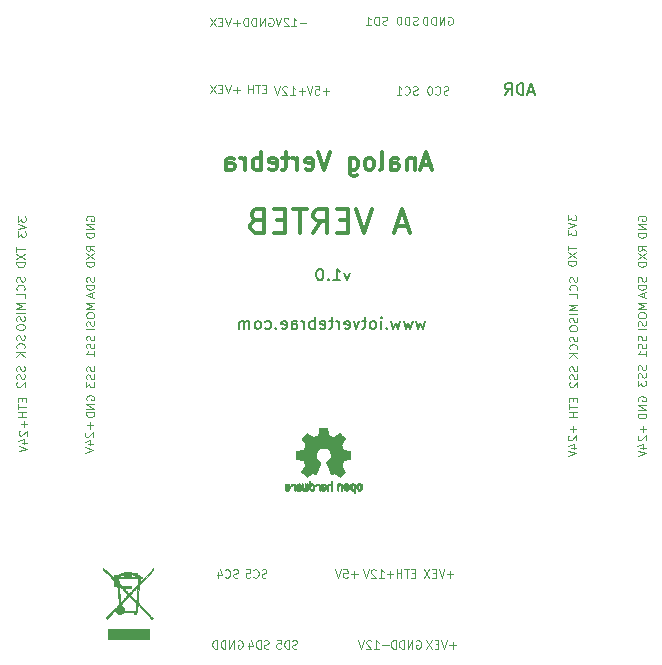
<source format=gbr>
%TF.GenerationSoftware,KiCad,Pcbnew,6.0.8+dfsg-1~bpo11+1*%
%TF.CreationDate,2022-10-31T17:28:34+01:00*%
%TF.ProjectId,vertExpI2c_00,76657274-4578-4704-9932-635f30302e6b,rev?*%
%TF.SameCoordinates,Original*%
%TF.FileFunction,Legend,Bot*%
%TF.FilePolarity,Positive*%
%FSLAX46Y46*%
G04 Gerber Fmt 4.6, Leading zero omitted, Abs format (unit mm)*
G04 Created by KiCad (PCBNEW 6.0.8+dfsg-1~bpo11+1) date 2022-10-31 17:28:34*
%MOMM*%
%LPD*%
G01*
G04 APERTURE LIST*
%ADD10C,0.110000*%
%ADD11C,0.150000*%
%ADD12C,0.350000*%
%ADD13C,0.300000*%
%ADD14C,0.010000*%
G04 APERTURE END LIST*
D10*
X116983333Y-93866666D02*
X117016666Y-93966666D01*
X117016666Y-94133333D01*
X116983333Y-94200000D01*
X116950000Y-94233333D01*
X116883333Y-94266666D01*
X116816666Y-94266666D01*
X116750000Y-94233333D01*
X116716666Y-94200000D01*
X116683333Y-94133333D01*
X116650000Y-94000000D01*
X116616666Y-93933333D01*
X116583333Y-93900000D01*
X116516666Y-93866666D01*
X116450000Y-93866666D01*
X116383333Y-93900000D01*
X116350000Y-93933333D01*
X116316666Y-94000000D01*
X116316666Y-94166666D01*
X116350000Y-94266666D01*
X116950000Y-94966666D02*
X116983333Y-94933333D01*
X117016666Y-94833333D01*
X117016666Y-94766666D01*
X116983333Y-94666666D01*
X116916666Y-94600000D01*
X116850000Y-94566666D01*
X116716666Y-94533333D01*
X116616666Y-94533333D01*
X116483333Y-94566666D01*
X116416666Y-94600000D01*
X116350000Y-94666666D01*
X116316666Y-94766666D01*
X116316666Y-94833333D01*
X116350000Y-94933333D01*
X116383333Y-94966666D01*
X117016666Y-95600000D02*
X117016666Y-95266666D01*
X116316666Y-95266666D01*
D11*
X144528571Y-93485714D02*
X144290476Y-94152380D01*
X144052380Y-93485714D01*
X143147619Y-94152380D02*
X143719047Y-94152380D01*
X143433333Y-94152380D02*
X143433333Y-93152380D01*
X143528571Y-93295238D01*
X143623809Y-93390476D01*
X143719047Y-93438095D01*
X142719047Y-94057142D02*
X142671428Y-94104761D01*
X142719047Y-94152380D01*
X142766666Y-94104761D01*
X142719047Y-94057142D01*
X142719047Y-94152380D01*
X142052380Y-93152380D02*
X141957142Y-93152380D01*
X141861904Y-93200000D01*
X141814285Y-93247619D01*
X141766666Y-93342857D01*
X141719047Y-93533333D01*
X141719047Y-93771428D01*
X141766666Y-93961904D01*
X141814285Y-94057142D01*
X141861904Y-94104761D01*
X141957142Y-94152380D01*
X142052380Y-94152380D01*
X142147619Y-94104761D01*
X142195238Y-94057142D01*
X142242857Y-93961904D01*
X142290476Y-93771428D01*
X142290476Y-93533333D01*
X142242857Y-93342857D01*
X142195238Y-93247619D01*
X142147619Y-93200000D01*
X142052380Y-93152380D01*
D10*
X117016666Y-96100000D02*
X116316666Y-96100000D01*
X116816666Y-96333333D01*
X116316666Y-96566666D01*
X117016666Y-96566666D01*
X117016666Y-96900000D02*
X116316666Y-96900000D01*
X116983333Y-97200000D02*
X117016666Y-97300000D01*
X117016666Y-97466666D01*
X116983333Y-97533333D01*
X116950000Y-97566666D01*
X116883333Y-97600000D01*
X116816666Y-97600000D01*
X116750000Y-97566666D01*
X116716666Y-97533333D01*
X116683333Y-97466666D01*
X116650000Y-97333333D01*
X116616666Y-97266666D01*
X116583333Y-97233333D01*
X116516666Y-97200000D01*
X116450000Y-97200000D01*
X116383333Y-97233333D01*
X116350000Y-97266666D01*
X116316666Y-97333333D01*
X116316666Y-97500000D01*
X116350000Y-97600000D01*
X116316666Y-98033333D02*
X116316666Y-98166666D01*
X116350000Y-98233333D01*
X116416666Y-98300000D01*
X116550000Y-98333333D01*
X116783333Y-98333333D01*
X116916666Y-98300000D01*
X116983333Y-98233333D01*
X117016666Y-98166666D01*
X117016666Y-98033333D01*
X116983333Y-97966666D01*
X116916666Y-97900000D01*
X116783333Y-97866666D01*
X116550000Y-97866666D01*
X116416666Y-97900000D01*
X116350000Y-97966666D01*
X116316666Y-98033333D01*
X140733333Y-78150000D02*
X140200000Y-78150000D01*
X140466666Y-78416666D02*
X140466666Y-77883333D01*
X139500000Y-78416666D02*
X139900000Y-78416666D01*
X139700000Y-78416666D02*
X139700000Y-77716666D01*
X139766666Y-77816666D01*
X139833333Y-77883333D01*
X139900000Y-77916666D01*
X139233333Y-77783333D02*
X139200000Y-77750000D01*
X139133333Y-77716666D01*
X138966666Y-77716666D01*
X138900000Y-77750000D01*
X138866666Y-77783333D01*
X138833333Y-77850000D01*
X138833333Y-77916666D01*
X138866666Y-78016666D01*
X139266666Y-78416666D01*
X138833333Y-78416666D01*
X138633333Y-77716666D02*
X138400000Y-78416666D01*
X138166666Y-77716666D01*
X137483333Y-77950000D02*
X137250000Y-77950000D01*
X137150000Y-78316666D02*
X137483333Y-78316666D01*
X137483333Y-77616666D01*
X137150000Y-77616666D01*
X136950000Y-77616666D02*
X136550000Y-77616666D01*
X136750000Y-78316666D02*
X136750000Y-77616666D01*
X136316666Y-78316666D02*
X136316666Y-77616666D01*
X136316666Y-77950000D02*
X135916666Y-77950000D01*
X135916666Y-78316666D02*
X135916666Y-77616666D01*
X163783333Y-101433333D02*
X163816666Y-101533333D01*
X163816666Y-101700000D01*
X163783333Y-101766666D01*
X163750000Y-101800000D01*
X163683333Y-101833333D01*
X163616666Y-101833333D01*
X163550000Y-101800000D01*
X163516666Y-101766666D01*
X163483333Y-101700000D01*
X163450000Y-101566666D01*
X163416666Y-101500000D01*
X163383333Y-101466666D01*
X163316666Y-101433333D01*
X163250000Y-101433333D01*
X163183333Y-101466666D01*
X163150000Y-101500000D01*
X163116666Y-101566666D01*
X163116666Y-101733333D01*
X163150000Y-101833333D01*
X163783333Y-102100000D02*
X163816666Y-102200000D01*
X163816666Y-102366666D01*
X163783333Y-102433333D01*
X163750000Y-102466666D01*
X163683333Y-102500000D01*
X163616666Y-102500000D01*
X163550000Y-102466666D01*
X163516666Y-102433333D01*
X163483333Y-102366666D01*
X163450000Y-102233333D01*
X163416666Y-102166666D01*
X163383333Y-102133333D01*
X163316666Y-102100000D01*
X163250000Y-102100000D01*
X163183333Y-102133333D01*
X163150000Y-102166666D01*
X163116666Y-102233333D01*
X163116666Y-102400000D01*
X163150000Y-102500000D01*
X163183333Y-102766666D02*
X163150000Y-102800000D01*
X163116666Y-102866666D01*
X163116666Y-103033333D01*
X163150000Y-103100000D01*
X163183333Y-103133333D01*
X163250000Y-103166666D01*
X163316666Y-103166666D01*
X163416666Y-103133333D01*
X163816666Y-102733333D01*
X163816666Y-103166666D01*
X163816666Y-96200000D02*
X163116666Y-96200000D01*
X163616666Y-96433333D01*
X163116666Y-96666666D01*
X163816666Y-96666666D01*
X163816666Y-97000000D02*
X163116666Y-97000000D01*
X163783333Y-97300000D02*
X163816666Y-97400000D01*
X163816666Y-97566666D01*
X163783333Y-97633333D01*
X163750000Y-97666666D01*
X163683333Y-97700000D01*
X163616666Y-97700000D01*
X163550000Y-97666666D01*
X163516666Y-97633333D01*
X163483333Y-97566666D01*
X163450000Y-97433333D01*
X163416666Y-97366666D01*
X163383333Y-97333333D01*
X163316666Y-97300000D01*
X163250000Y-97300000D01*
X163183333Y-97333333D01*
X163150000Y-97366666D01*
X163116666Y-97433333D01*
X163116666Y-97600000D01*
X163150000Y-97700000D01*
X163116666Y-98133333D02*
X163116666Y-98266666D01*
X163150000Y-98333333D01*
X163216666Y-98400000D01*
X163350000Y-98433333D01*
X163583333Y-98433333D01*
X163716666Y-98400000D01*
X163783333Y-98333333D01*
X163816666Y-98266666D01*
X163816666Y-98133333D01*
X163783333Y-98066666D01*
X163716666Y-98000000D01*
X163583333Y-97966666D01*
X163350000Y-97966666D01*
X163216666Y-98000000D01*
X163150000Y-98066666D01*
X163116666Y-98133333D01*
X163016666Y-91216666D02*
X163016666Y-91616666D01*
X163716666Y-91416666D02*
X163016666Y-91416666D01*
X163016666Y-91783333D02*
X163716666Y-92250000D01*
X163016666Y-92250000D02*
X163716666Y-91783333D01*
X163716666Y-92516666D02*
X163016666Y-92516666D01*
X163016666Y-92683333D01*
X163050000Y-92783333D01*
X163116666Y-92850000D01*
X163183333Y-92883333D01*
X163316666Y-92916666D01*
X163416666Y-92916666D01*
X163550000Y-92883333D01*
X163616666Y-92850000D01*
X163683333Y-92783333D01*
X163716666Y-92683333D01*
X163716666Y-92516666D01*
X148233333Y-119050000D02*
X147700000Y-119050000D01*
X147966666Y-119316666D02*
X147966666Y-118783333D01*
X147000000Y-119316666D02*
X147400000Y-119316666D01*
X147200000Y-119316666D02*
X147200000Y-118616666D01*
X147266666Y-118716666D01*
X147333333Y-118783333D01*
X147400000Y-118816666D01*
X146733333Y-118683333D02*
X146700000Y-118650000D01*
X146633333Y-118616666D01*
X146466666Y-118616666D01*
X146400000Y-118650000D01*
X146366666Y-118683333D01*
X146333333Y-118750000D01*
X146333333Y-118816666D01*
X146366666Y-118916666D01*
X146766666Y-119316666D01*
X146333333Y-119316666D01*
X146133333Y-118616666D02*
X145900000Y-119316666D01*
X145666666Y-118616666D01*
X122916666Y-91633333D02*
X122583333Y-91400000D01*
X122916666Y-91233333D02*
X122216666Y-91233333D01*
X122216666Y-91500000D01*
X122250000Y-91566666D01*
X122283333Y-91600000D01*
X122350000Y-91633333D01*
X122450000Y-91633333D01*
X122516666Y-91600000D01*
X122550000Y-91566666D01*
X122583333Y-91500000D01*
X122583333Y-91233333D01*
X122216666Y-91866666D02*
X122916666Y-92333333D01*
X122216666Y-92333333D02*
X122916666Y-91866666D01*
X122916666Y-92600000D02*
X122216666Y-92600000D01*
X122216666Y-92766666D01*
X122250000Y-92866666D01*
X122316666Y-92933333D01*
X122383333Y-92966666D01*
X122516666Y-93000000D01*
X122616666Y-93000000D01*
X122750000Y-92966666D01*
X122816666Y-92933333D01*
X122883333Y-92866666D01*
X122916666Y-92766666D01*
X122916666Y-92600000D01*
X140083333Y-125283333D02*
X139983333Y-125316666D01*
X139816666Y-125316666D01*
X139750000Y-125283333D01*
X139716666Y-125250000D01*
X139683333Y-125183333D01*
X139683333Y-125116666D01*
X139716666Y-125050000D01*
X139750000Y-125016666D01*
X139816666Y-124983333D01*
X139950000Y-124950000D01*
X140016666Y-124916666D01*
X140050000Y-124883333D01*
X140083333Y-124816666D01*
X140083333Y-124750000D01*
X140050000Y-124683333D01*
X140016666Y-124650000D01*
X139950000Y-124616666D01*
X139783333Y-124616666D01*
X139683333Y-124650000D01*
X139383333Y-125316666D02*
X139383333Y-124616666D01*
X139216666Y-124616666D01*
X139116666Y-124650000D01*
X139050000Y-124716666D01*
X139016666Y-124783333D01*
X138983333Y-124916666D01*
X138983333Y-125016666D01*
X139016666Y-125150000D01*
X139050000Y-125216666D01*
X139116666Y-125283333D01*
X139216666Y-125316666D01*
X139383333Y-125316666D01*
X138350000Y-124616666D02*
X138683333Y-124616666D01*
X138716666Y-124950000D01*
X138683333Y-124916666D01*
X138616666Y-124883333D01*
X138450000Y-124883333D01*
X138383333Y-124916666D01*
X138350000Y-124950000D01*
X138316666Y-125016666D01*
X138316666Y-125183333D01*
X138350000Y-125250000D01*
X138383333Y-125283333D01*
X138450000Y-125316666D01*
X138616666Y-125316666D01*
X138683333Y-125283333D01*
X138716666Y-125250000D01*
X150083333Y-118950000D02*
X149850000Y-118950000D01*
X149750000Y-119316666D02*
X150083333Y-119316666D01*
X150083333Y-118616666D01*
X149750000Y-118616666D01*
X149550000Y-118616666D02*
X149150000Y-118616666D01*
X149350000Y-119316666D02*
X149350000Y-118616666D01*
X148916666Y-119316666D02*
X148916666Y-118616666D01*
X148916666Y-118950000D02*
X148516666Y-118950000D01*
X148516666Y-119316666D02*
X148516666Y-118616666D01*
X122883333Y-98833333D02*
X122916666Y-98933333D01*
X122916666Y-99100000D01*
X122883333Y-99166666D01*
X122850000Y-99200000D01*
X122783333Y-99233333D01*
X122716666Y-99233333D01*
X122650000Y-99200000D01*
X122616666Y-99166666D01*
X122583333Y-99100000D01*
X122550000Y-98966666D01*
X122516666Y-98900000D01*
X122483333Y-98866666D01*
X122416666Y-98833333D01*
X122350000Y-98833333D01*
X122283333Y-98866666D01*
X122250000Y-98900000D01*
X122216666Y-98966666D01*
X122216666Y-99133333D01*
X122250000Y-99233333D01*
X122883333Y-99500000D02*
X122916666Y-99600000D01*
X122916666Y-99766666D01*
X122883333Y-99833333D01*
X122850000Y-99866666D01*
X122783333Y-99900000D01*
X122716666Y-99900000D01*
X122650000Y-99866666D01*
X122616666Y-99833333D01*
X122583333Y-99766666D01*
X122550000Y-99633333D01*
X122516666Y-99566666D01*
X122483333Y-99533333D01*
X122416666Y-99500000D01*
X122350000Y-99500000D01*
X122283333Y-99533333D01*
X122250000Y-99566666D01*
X122216666Y-99633333D01*
X122216666Y-99800000D01*
X122250000Y-99900000D01*
X122916666Y-100566666D02*
X122916666Y-100166666D01*
X122916666Y-100366666D02*
X122216666Y-100366666D01*
X122316666Y-100300000D01*
X122383333Y-100233333D01*
X122416666Y-100166666D01*
X140833333Y-72350000D02*
X140300000Y-72350000D01*
X139600000Y-72616666D02*
X140000000Y-72616666D01*
X139800000Y-72616666D02*
X139800000Y-71916666D01*
X139866666Y-72016666D01*
X139933333Y-72083333D01*
X140000000Y-72116666D01*
X139333333Y-71983333D02*
X139300000Y-71950000D01*
X139233333Y-71916666D01*
X139066666Y-71916666D01*
X139000000Y-71950000D01*
X138966666Y-71983333D01*
X138933333Y-72050000D01*
X138933333Y-72116666D01*
X138966666Y-72216666D01*
X139366666Y-72616666D01*
X138933333Y-72616666D01*
X138733333Y-71916666D02*
X138500000Y-72616666D01*
X138266666Y-71916666D01*
X152883333Y-71850000D02*
X152950000Y-71816666D01*
X153050000Y-71816666D01*
X153150000Y-71850000D01*
X153216666Y-71916666D01*
X153250000Y-71983333D01*
X153283333Y-72116666D01*
X153283333Y-72216666D01*
X153250000Y-72350000D01*
X153216666Y-72416666D01*
X153150000Y-72483333D01*
X153050000Y-72516666D01*
X152983333Y-72516666D01*
X152883333Y-72483333D01*
X152850000Y-72450000D01*
X152850000Y-72216666D01*
X152983333Y-72216666D01*
X152550000Y-72516666D02*
X152550000Y-71816666D01*
X152150000Y-72516666D01*
X152150000Y-71816666D01*
X151816666Y-72516666D02*
X151816666Y-71816666D01*
X151650000Y-71816666D01*
X151550000Y-71850000D01*
X151483333Y-71916666D01*
X151450000Y-71983333D01*
X151416666Y-72116666D01*
X151416666Y-72216666D01*
X151450000Y-72350000D01*
X151483333Y-72416666D01*
X151550000Y-72483333D01*
X151650000Y-72516666D01*
X151816666Y-72516666D01*
X151116666Y-72516666D02*
X151116666Y-71816666D01*
X150950000Y-71816666D01*
X150850000Y-71850000D01*
X150783333Y-71916666D01*
X150750000Y-71983333D01*
X150716666Y-72116666D01*
X150716666Y-72216666D01*
X150750000Y-72350000D01*
X150783333Y-72416666D01*
X150850000Y-72483333D01*
X150950000Y-72516666D01*
X151116666Y-72516666D01*
X153316666Y-119050000D02*
X152783333Y-119050000D01*
X153050000Y-119316666D02*
X153050000Y-118783333D01*
X152550000Y-118616666D02*
X152316666Y-119316666D01*
X152083333Y-118616666D01*
X151850000Y-118950000D02*
X151616666Y-118950000D01*
X151516666Y-119316666D02*
X151850000Y-119316666D01*
X151850000Y-118616666D01*
X151516666Y-118616666D01*
X151283333Y-118616666D02*
X150816666Y-119316666D01*
X150816666Y-118616666D02*
X151283333Y-119316666D01*
D12*
X149466666Y-89533333D02*
X148514285Y-89533333D01*
X149657142Y-90104761D02*
X148990476Y-88104761D01*
X148323809Y-90104761D01*
X146419047Y-88104761D02*
X145752380Y-90104761D01*
X145085714Y-88104761D01*
X144419047Y-89057142D02*
X143752380Y-89057142D01*
X143466666Y-90104761D02*
X144419047Y-90104761D01*
X144419047Y-88104761D01*
X143466666Y-88104761D01*
X141466666Y-90104761D02*
X142133333Y-89152380D01*
X142609523Y-90104761D02*
X142609523Y-88104761D01*
X141847619Y-88104761D01*
X141657142Y-88200000D01*
X141561904Y-88295238D01*
X141466666Y-88485714D01*
X141466666Y-88771428D01*
X141561904Y-88961904D01*
X141657142Y-89057142D01*
X141847619Y-89152380D01*
X142609523Y-89152380D01*
X140895238Y-88104761D02*
X139752380Y-88104761D01*
X140323809Y-90104761D02*
X140323809Y-88104761D01*
X139085714Y-89057142D02*
X138419047Y-89057142D01*
X138133333Y-90104761D02*
X139085714Y-90104761D01*
X139085714Y-88104761D01*
X138133333Y-88104761D01*
X136609523Y-89057142D02*
X136323809Y-89152380D01*
X136228571Y-89247619D01*
X136133333Y-89438095D01*
X136133333Y-89723809D01*
X136228571Y-89914285D01*
X136323809Y-90009523D01*
X136514285Y-90104761D01*
X137276190Y-90104761D01*
X137276190Y-88104761D01*
X136609523Y-88104761D01*
X136419047Y-88200000D01*
X136323809Y-88295238D01*
X136228571Y-88485714D01*
X136228571Y-88676190D01*
X136323809Y-88866666D01*
X136419047Y-88961904D01*
X136609523Y-89057142D01*
X137276190Y-89057142D01*
D10*
X168950000Y-89066666D02*
X168916666Y-89000000D01*
X168916666Y-88900000D01*
X168950000Y-88800000D01*
X169016666Y-88733333D01*
X169083333Y-88700000D01*
X169216666Y-88666666D01*
X169316666Y-88666666D01*
X169450000Y-88700000D01*
X169516666Y-88733333D01*
X169583333Y-88800000D01*
X169616666Y-88900000D01*
X169616666Y-88966666D01*
X169583333Y-89066666D01*
X169550000Y-89100000D01*
X169316666Y-89100000D01*
X169316666Y-88966666D01*
X169616666Y-89400000D02*
X168916666Y-89400000D01*
X169616666Y-89800000D01*
X168916666Y-89800000D01*
X169616666Y-90133333D02*
X168916666Y-90133333D01*
X168916666Y-90300000D01*
X168950000Y-90400000D01*
X169016666Y-90466666D01*
X169083333Y-90500000D01*
X169216666Y-90533333D01*
X169316666Y-90533333D01*
X169450000Y-90500000D01*
X169516666Y-90466666D01*
X169583333Y-90400000D01*
X169616666Y-90300000D01*
X169616666Y-90133333D01*
X116750000Y-104116666D02*
X116750000Y-104350000D01*
X117116666Y-104450000D02*
X117116666Y-104116666D01*
X116416666Y-104116666D01*
X116416666Y-104450000D01*
X116416666Y-104650000D02*
X116416666Y-105050000D01*
X117116666Y-104850000D02*
X116416666Y-104850000D01*
X117116666Y-105283333D02*
X116416666Y-105283333D01*
X116750000Y-105283333D02*
X116750000Y-105683333D01*
X117116666Y-105683333D02*
X116416666Y-105683333D01*
X169583333Y-98833333D02*
X169616666Y-98933333D01*
X169616666Y-99100000D01*
X169583333Y-99166666D01*
X169550000Y-99200000D01*
X169483333Y-99233333D01*
X169416666Y-99233333D01*
X169350000Y-99200000D01*
X169316666Y-99166666D01*
X169283333Y-99100000D01*
X169250000Y-98966666D01*
X169216666Y-98900000D01*
X169183333Y-98866666D01*
X169116666Y-98833333D01*
X169050000Y-98833333D01*
X168983333Y-98866666D01*
X168950000Y-98900000D01*
X168916666Y-98966666D01*
X168916666Y-99133333D01*
X168950000Y-99233333D01*
X169583333Y-99500000D02*
X169616666Y-99600000D01*
X169616666Y-99766666D01*
X169583333Y-99833333D01*
X169550000Y-99866666D01*
X169483333Y-99900000D01*
X169416666Y-99900000D01*
X169350000Y-99866666D01*
X169316666Y-99833333D01*
X169283333Y-99766666D01*
X169250000Y-99633333D01*
X169216666Y-99566666D01*
X169183333Y-99533333D01*
X169116666Y-99500000D01*
X169050000Y-99500000D01*
X168983333Y-99533333D01*
X168950000Y-99566666D01*
X168916666Y-99633333D01*
X168916666Y-99800000D01*
X168950000Y-99900000D01*
X169616666Y-100566666D02*
X169616666Y-100166666D01*
X169616666Y-100366666D02*
X168916666Y-100366666D01*
X169016666Y-100300000D01*
X169083333Y-100233333D01*
X169116666Y-100166666D01*
X135216666Y-78050000D02*
X134683333Y-78050000D01*
X134950000Y-78316666D02*
X134950000Y-77783333D01*
X134450000Y-77616666D02*
X134216666Y-78316666D01*
X133983333Y-77616666D01*
X133750000Y-77950000D02*
X133516666Y-77950000D01*
X133416666Y-78316666D02*
X133750000Y-78316666D01*
X133750000Y-77616666D01*
X133416666Y-77616666D01*
X133183333Y-77616666D02*
X132716666Y-78316666D01*
X132716666Y-77616666D02*
X133183333Y-78316666D01*
X169616666Y-91633333D02*
X169283333Y-91400000D01*
X169616666Y-91233333D02*
X168916666Y-91233333D01*
X168916666Y-91500000D01*
X168950000Y-91566666D01*
X168983333Y-91600000D01*
X169050000Y-91633333D01*
X169150000Y-91633333D01*
X169216666Y-91600000D01*
X169250000Y-91566666D01*
X169283333Y-91500000D01*
X169283333Y-91233333D01*
X168916666Y-91866666D02*
X169616666Y-92333333D01*
X168916666Y-92333333D02*
X169616666Y-91866666D01*
X169616666Y-92600000D02*
X168916666Y-92600000D01*
X168916666Y-92766666D01*
X168950000Y-92866666D01*
X169016666Y-92933333D01*
X169083333Y-92966666D01*
X169216666Y-93000000D01*
X169316666Y-93000000D01*
X169450000Y-92966666D01*
X169516666Y-92933333D01*
X169583333Y-92866666D01*
X169616666Y-92766666D01*
X169616666Y-92600000D01*
X116983333Y-101433333D02*
X117016666Y-101533333D01*
X117016666Y-101700000D01*
X116983333Y-101766666D01*
X116950000Y-101800000D01*
X116883333Y-101833333D01*
X116816666Y-101833333D01*
X116750000Y-101800000D01*
X116716666Y-101766666D01*
X116683333Y-101700000D01*
X116650000Y-101566666D01*
X116616666Y-101500000D01*
X116583333Y-101466666D01*
X116516666Y-101433333D01*
X116450000Y-101433333D01*
X116383333Y-101466666D01*
X116350000Y-101500000D01*
X116316666Y-101566666D01*
X116316666Y-101733333D01*
X116350000Y-101833333D01*
X116983333Y-102100000D02*
X117016666Y-102200000D01*
X117016666Y-102366666D01*
X116983333Y-102433333D01*
X116950000Y-102466666D01*
X116883333Y-102500000D01*
X116816666Y-102500000D01*
X116750000Y-102466666D01*
X116716666Y-102433333D01*
X116683333Y-102366666D01*
X116650000Y-102233333D01*
X116616666Y-102166666D01*
X116583333Y-102133333D01*
X116516666Y-102100000D01*
X116450000Y-102100000D01*
X116383333Y-102133333D01*
X116350000Y-102166666D01*
X116316666Y-102233333D01*
X116316666Y-102400000D01*
X116350000Y-102500000D01*
X116383333Y-102766666D02*
X116350000Y-102800000D01*
X116316666Y-102866666D01*
X116316666Y-103033333D01*
X116350000Y-103100000D01*
X116383333Y-103133333D01*
X116450000Y-103166666D01*
X116516666Y-103166666D01*
X116616666Y-103133333D01*
X117016666Y-102733333D01*
X117016666Y-103166666D01*
X135083333Y-124650000D02*
X135150000Y-124616666D01*
X135250000Y-124616666D01*
X135350000Y-124650000D01*
X135416666Y-124716666D01*
X135450000Y-124783333D01*
X135483333Y-124916666D01*
X135483333Y-125016666D01*
X135450000Y-125150000D01*
X135416666Y-125216666D01*
X135350000Y-125283333D01*
X135250000Y-125316666D01*
X135183333Y-125316666D01*
X135083333Y-125283333D01*
X135050000Y-125250000D01*
X135050000Y-125016666D01*
X135183333Y-125016666D01*
X134750000Y-125316666D02*
X134750000Y-124616666D01*
X134350000Y-125316666D01*
X134350000Y-124616666D01*
X134016666Y-125316666D02*
X134016666Y-124616666D01*
X133850000Y-124616666D01*
X133750000Y-124650000D01*
X133683333Y-124716666D01*
X133650000Y-124783333D01*
X133616666Y-124916666D01*
X133616666Y-125016666D01*
X133650000Y-125150000D01*
X133683333Y-125216666D01*
X133750000Y-125283333D01*
X133850000Y-125316666D01*
X134016666Y-125316666D01*
X133316666Y-125316666D02*
X133316666Y-124616666D01*
X133150000Y-124616666D01*
X133050000Y-124650000D01*
X132983333Y-124716666D01*
X132950000Y-124783333D01*
X132916666Y-124916666D01*
X132916666Y-125016666D01*
X132950000Y-125150000D01*
X132983333Y-125216666D01*
X133050000Y-125283333D01*
X133150000Y-125316666D01*
X133316666Y-125316666D01*
X116416666Y-88733333D02*
X116416666Y-89166666D01*
X116683333Y-88933333D01*
X116683333Y-89033333D01*
X116716666Y-89100000D01*
X116750000Y-89133333D01*
X116816666Y-89166666D01*
X116983333Y-89166666D01*
X117050000Y-89133333D01*
X117083333Y-89100000D01*
X117116666Y-89033333D01*
X117116666Y-88833333D01*
X117083333Y-88766666D01*
X117050000Y-88733333D01*
X116416666Y-89366666D02*
X117116666Y-89600000D01*
X116416666Y-89833333D01*
X116416666Y-90000000D02*
X116416666Y-90433333D01*
X116683333Y-90200000D01*
X116683333Y-90300000D01*
X116716666Y-90366666D01*
X116750000Y-90400000D01*
X116816666Y-90433333D01*
X116983333Y-90433333D01*
X117050000Y-90400000D01*
X117083333Y-90366666D01*
X117116666Y-90300000D01*
X117116666Y-90100000D01*
X117083333Y-90033333D01*
X117050000Y-90000000D01*
X163016666Y-88633333D02*
X163016666Y-89066666D01*
X163283333Y-88833333D01*
X163283333Y-88933333D01*
X163316666Y-89000000D01*
X163350000Y-89033333D01*
X163416666Y-89066666D01*
X163583333Y-89066666D01*
X163650000Y-89033333D01*
X163683333Y-89000000D01*
X163716666Y-88933333D01*
X163716666Y-88733333D01*
X163683333Y-88666666D01*
X163650000Y-88633333D01*
X163016666Y-89266666D02*
X163716666Y-89500000D01*
X163016666Y-89733333D01*
X163016666Y-89900000D02*
X163016666Y-90333333D01*
X163283333Y-90100000D01*
X163283333Y-90200000D01*
X163316666Y-90266666D01*
X163350000Y-90300000D01*
X163416666Y-90333333D01*
X163583333Y-90333333D01*
X163650000Y-90300000D01*
X163683333Y-90266666D01*
X163716666Y-90200000D01*
X163716666Y-90000000D01*
X163683333Y-89933333D01*
X163650000Y-89900000D01*
X122550000Y-106166666D02*
X122550000Y-106700000D01*
X122816666Y-106433333D02*
X122283333Y-106433333D01*
X122183333Y-107000000D02*
X122150000Y-107033333D01*
X122116666Y-107100000D01*
X122116666Y-107266666D01*
X122150000Y-107333333D01*
X122183333Y-107366666D01*
X122250000Y-107400000D01*
X122316666Y-107400000D01*
X122416666Y-107366666D01*
X122816666Y-106966666D01*
X122816666Y-107400000D01*
X122350000Y-108000000D02*
X122816666Y-108000000D01*
X122083333Y-107833333D02*
X122583333Y-107666666D01*
X122583333Y-108100000D01*
X122116666Y-108266666D02*
X122816666Y-108500000D01*
X122116666Y-108733333D01*
X150183333Y-124650000D02*
X150250000Y-124616666D01*
X150350000Y-124616666D01*
X150450000Y-124650000D01*
X150516666Y-124716666D01*
X150550000Y-124783333D01*
X150583333Y-124916666D01*
X150583333Y-125016666D01*
X150550000Y-125150000D01*
X150516666Y-125216666D01*
X150450000Y-125283333D01*
X150350000Y-125316666D01*
X150283333Y-125316666D01*
X150183333Y-125283333D01*
X150150000Y-125250000D01*
X150150000Y-125016666D01*
X150283333Y-125016666D01*
X149850000Y-125316666D02*
X149850000Y-124616666D01*
X149450000Y-125316666D01*
X149450000Y-124616666D01*
X149116666Y-125316666D02*
X149116666Y-124616666D01*
X148950000Y-124616666D01*
X148850000Y-124650000D01*
X148783333Y-124716666D01*
X148750000Y-124783333D01*
X148716666Y-124916666D01*
X148716666Y-125016666D01*
X148750000Y-125150000D01*
X148783333Y-125216666D01*
X148850000Y-125283333D01*
X148950000Y-125316666D01*
X149116666Y-125316666D01*
X148416666Y-125316666D02*
X148416666Y-124616666D01*
X148250000Y-124616666D01*
X148150000Y-124650000D01*
X148083333Y-124716666D01*
X148050000Y-124783333D01*
X148016666Y-124916666D01*
X148016666Y-125016666D01*
X148050000Y-125150000D01*
X148083333Y-125216666D01*
X148150000Y-125283333D01*
X148250000Y-125316666D01*
X148416666Y-125316666D01*
X122916666Y-96100000D02*
X122216666Y-96100000D01*
X122716666Y-96333333D01*
X122216666Y-96566666D01*
X122916666Y-96566666D01*
X122216666Y-97033333D02*
X122216666Y-97166666D01*
X122250000Y-97233333D01*
X122316666Y-97300000D01*
X122450000Y-97333333D01*
X122683333Y-97333333D01*
X122816666Y-97300000D01*
X122883333Y-97233333D01*
X122916666Y-97166666D01*
X122916666Y-97033333D01*
X122883333Y-96966666D01*
X122816666Y-96900000D01*
X122683333Y-96866666D01*
X122450000Y-96866666D01*
X122316666Y-96900000D01*
X122250000Y-96966666D01*
X122216666Y-97033333D01*
X122883333Y-97600000D02*
X122916666Y-97700000D01*
X122916666Y-97866666D01*
X122883333Y-97933333D01*
X122850000Y-97966666D01*
X122783333Y-98000000D01*
X122716666Y-98000000D01*
X122650000Y-97966666D01*
X122616666Y-97933333D01*
X122583333Y-97866666D01*
X122550000Y-97733333D01*
X122516666Y-97666666D01*
X122483333Y-97633333D01*
X122416666Y-97600000D01*
X122350000Y-97600000D01*
X122283333Y-97633333D01*
X122250000Y-97666666D01*
X122216666Y-97733333D01*
X122216666Y-97900000D01*
X122250000Y-98000000D01*
X122916666Y-98300000D02*
X122216666Y-98300000D01*
X169583333Y-93850000D02*
X169616666Y-93950000D01*
X169616666Y-94116666D01*
X169583333Y-94183333D01*
X169550000Y-94216666D01*
X169483333Y-94250000D01*
X169416666Y-94250000D01*
X169350000Y-94216666D01*
X169316666Y-94183333D01*
X169283333Y-94116666D01*
X169250000Y-93983333D01*
X169216666Y-93916666D01*
X169183333Y-93883333D01*
X169116666Y-93850000D01*
X169050000Y-93850000D01*
X168983333Y-93883333D01*
X168950000Y-93916666D01*
X168916666Y-93983333D01*
X168916666Y-94150000D01*
X168950000Y-94250000D01*
X169616666Y-94550000D02*
X168916666Y-94550000D01*
X168916666Y-94716666D01*
X168950000Y-94816666D01*
X169016666Y-94883333D01*
X169083333Y-94916666D01*
X169216666Y-94950000D01*
X169316666Y-94950000D01*
X169450000Y-94916666D01*
X169516666Y-94883333D01*
X169583333Y-94816666D01*
X169616666Y-94716666D01*
X169616666Y-94550000D01*
X169416666Y-95216666D02*
X169416666Y-95550000D01*
X169616666Y-95150000D02*
X168916666Y-95383333D01*
X169616666Y-95616666D01*
X116316666Y-91316666D02*
X116316666Y-91716666D01*
X117016666Y-91516666D02*
X116316666Y-91516666D01*
X116316666Y-91883333D02*
X117016666Y-92350000D01*
X116316666Y-92350000D02*
X117016666Y-91883333D01*
X117016666Y-92616666D02*
X116316666Y-92616666D01*
X116316666Y-92783333D01*
X116350000Y-92883333D01*
X116416666Y-92950000D01*
X116483333Y-92983333D01*
X116616666Y-93016666D01*
X116716666Y-93016666D01*
X116850000Y-92983333D01*
X116916666Y-92950000D01*
X116983333Y-92883333D01*
X117016666Y-92783333D01*
X117016666Y-92616666D01*
X163450000Y-106466666D02*
X163450000Y-107000000D01*
X163716666Y-106733333D02*
X163183333Y-106733333D01*
X163083333Y-107300000D02*
X163050000Y-107333333D01*
X163016666Y-107400000D01*
X163016666Y-107566666D01*
X163050000Y-107633333D01*
X163083333Y-107666666D01*
X163150000Y-107700000D01*
X163216666Y-107700000D01*
X163316666Y-107666666D01*
X163716666Y-107266666D01*
X163716666Y-107700000D01*
X163250000Y-108300000D02*
X163716666Y-108300000D01*
X162983333Y-108133333D02*
X163483333Y-107966666D01*
X163483333Y-108400000D01*
X163016666Y-108566666D02*
X163716666Y-108800000D01*
X163016666Y-109033333D01*
D11*
X160138095Y-78166666D02*
X159661904Y-78166666D01*
X160233333Y-78452380D02*
X159900000Y-77452380D01*
X159566666Y-78452380D01*
X159233333Y-78452380D02*
X159233333Y-77452380D01*
X158995238Y-77452380D01*
X158852380Y-77500000D01*
X158757142Y-77595238D01*
X158709523Y-77690476D01*
X158661904Y-77880952D01*
X158661904Y-78023809D01*
X158709523Y-78214285D01*
X158757142Y-78309523D01*
X158852380Y-78404761D01*
X158995238Y-78452380D01*
X159233333Y-78452380D01*
X157661904Y-78452380D02*
X157995238Y-77976190D01*
X158233333Y-78452380D02*
X158233333Y-77452380D01*
X157852380Y-77452380D01*
X157757142Y-77500000D01*
X157709523Y-77547619D01*
X157661904Y-77642857D01*
X157661904Y-77785714D01*
X157709523Y-77880952D01*
X157757142Y-77928571D01*
X157852380Y-77976190D01*
X158233333Y-77976190D01*
D10*
X147683333Y-72483333D02*
X147583333Y-72516666D01*
X147416666Y-72516666D01*
X147350000Y-72483333D01*
X147316666Y-72450000D01*
X147283333Y-72383333D01*
X147283333Y-72316666D01*
X147316666Y-72250000D01*
X147350000Y-72216666D01*
X147416666Y-72183333D01*
X147550000Y-72150000D01*
X147616666Y-72116666D01*
X147650000Y-72083333D01*
X147683333Y-72016666D01*
X147683333Y-71950000D01*
X147650000Y-71883333D01*
X147616666Y-71850000D01*
X147550000Y-71816666D01*
X147383333Y-71816666D01*
X147283333Y-71850000D01*
X146983333Y-72516666D02*
X146983333Y-71816666D01*
X146816666Y-71816666D01*
X146716666Y-71850000D01*
X146650000Y-71916666D01*
X146616666Y-71983333D01*
X146583333Y-72116666D01*
X146583333Y-72216666D01*
X146616666Y-72350000D01*
X146650000Y-72416666D01*
X146716666Y-72483333D01*
X146816666Y-72516666D01*
X146983333Y-72516666D01*
X145916666Y-72516666D02*
X146316666Y-72516666D01*
X146116666Y-72516666D02*
X146116666Y-71816666D01*
X146183333Y-71916666D01*
X146250000Y-71983333D01*
X146316666Y-72016666D01*
X152883333Y-78383333D02*
X152783333Y-78416666D01*
X152616666Y-78416666D01*
X152550000Y-78383333D01*
X152516666Y-78350000D01*
X152483333Y-78283333D01*
X152483333Y-78216666D01*
X152516666Y-78150000D01*
X152550000Y-78116666D01*
X152616666Y-78083333D01*
X152750000Y-78050000D01*
X152816666Y-78016666D01*
X152850000Y-77983333D01*
X152883333Y-77916666D01*
X152883333Y-77850000D01*
X152850000Y-77783333D01*
X152816666Y-77750000D01*
X152750000Y-77716666D01*
X152583333Y-77716666D01*
X152483333Y-77750000D01*
X151783333Y-78350000D02*
X151816666Y-78383333D01*
X151916666Y-78416666D01*
X151983333Y-78416666D01*
X152083333Y-78383333D01*
X152150000Y-78316666D01*
X152183333Y-78250000D01*
X152216666Y-78116666D01*
X152216666Y-78016666D01*
X152183333Y-77883333D01*
X152150000Y-77816666D01*
X152083333Y-77750000D01*
X151983333Y-77716666D01*
X151916666Y-77716666D01*
X151816666Y-77750000D01*
X151783333Y-77783333D01*
X151350000Y-77716666D02*
X151283333Y-77716666D01*
X151216666Y-77750000D01*
X151183333Y-77783333D01*
X151150000Y-77850000D01*
X151116666Y-77983333D01*
X151116666Y-78150000D01*
X151150000Y-78283333D01*
X151183333Y-78350000D01*
X151216666Y-78383333D01*
X151283333Y-78416666D01*
X151350000Y-78416666D01*
X151416666Y-78383333D01*
X151450000Y-78350000D01*
X151483333Y-78283333D01*
X151516666Y-78150000D01*
X151516666Y-77983333D01*
X151483333Y-77850000D01*
X151450000Y-77783333D01*
X151416666Y-77750000D01*
X151350000Y-77716666D01*
X168950000Y-104366666D02*
X168916666Y-104300000D01*
X168916666Y-104200000D01*
X168950000Y-104100000D01*
X169016666Y-104033333D01*
X169083333Y-104000000D01*
X169216666Y-103966666D01*
X169316666Y-103966666D01*
X169450000Y-104000000D01*
X169516666Y-104033333D01*
X169583333Y-104100000D01*
X169616666Y-104200000D01*
X169616666Y-104266666D01*
X169583333Y-104366666D01*
X169550000Y-104400000D01*
X169316666Y-104400000D01*
X169316666Y-104266666D01*
X169616666Y-104700000D02*
X168916666Y-104700000D01*
X169616666Y-105100000D01*
X168916666Y-105100000D01*
X169616666Y-105433333D02*
X168916666Y-105433333D01*
X168916666Y-105600000D01*
X168950000Y-105700000D01*
X169016666Y-105766666D01*
X169083333Y-105800000D01*
X169216666Y-105833333D01*
X169316666Y-105833333D01*
X169450000Y-105800000D01*
X169516666Y-105766666D01*
X169583333Y-105700000D01*
X169616666Y-105600000D01*
X169616666Y-105433333D01*
X122883333Y-101433333D02*
X122916666Y-101533333D01*
X122916666Y-101700000D01*
X122883333Y-101766666D01*
X122850000Y-101800000D01*
X122783333Y-101833333D01*
X122716666Y-101833333D01*
X122650000Y-101800000D01*
X122616666Y-101766666D01*
X122583333Y-101700000D01*
X122550000Y-101566666D01*
X122516666Y-101500000D01*
X122483333Y-101466666D01*
X122416666Y-101433333D01*
X122350000Y-101433333D01*
X122283333Y-101466666D01*
X122250000Y-101500000D01*
X122216666Y-101566666D01*
X122216666Y-101733333D01*
X122250000Y-101833333D01*
X122883333Y-102100000D02*
X122916666Y-102200000D01*
X122916666Y-102366666D01*
X122883333Y-102433333D01*
X122850000Y-102466666D01*
X122783333Y-102500000D01*
X122716666Y-102500000D01*
X122650000Y-102466666D01*
X122616666Y-102433333D01*
X122583333Y-102366666D01*
X122550000Y-102233333D01*
X122516666Y-102166666D01*
X122483333Y-102133333D01*
X122416666Y-102100000D01*
X122350000Y-102100000D01*
X122283333Y-102133333D01*
X122250000Y-102166666D01*
X122216666Y-102233333D01*
X122216666Y-102400000D01*
X122250000Y-102500000D01*
X122216666Y-102733333D02*
X122216666Y-103166666D01*
X122483333Y-102933333D01*
X122483333Y-103033333D01*
X122516666Y-103100000D01*
X122550000Y-103133333D01*
X122616666Y-103166666D01*
X122783333Y-103166666D01*
X122850000Y-103133333D01*
X122883333Y-103100000D01*
X122916666Y-103033333D01*
X122916666Y-102833333D01*
X122883333Y-102766666D01*
X122850000Y-102733333D01*
X150283333Y-72483333D02*
X150183333Y-72516666D01*
X150016666Y-72516666D01*
X149950000Y-72483333D01*
X149916666Y-72450000D01*
X149883333Y-72383333D01*
X149883333Y-72316666D01*
X149916666Y-72250000D01*
X149950000Y-72216666D01*
X150016666Y-72183333D01*
X150150000Y-72150000D01*
X150216666Y-72116666D01*
X150250000Y-72083333D01*
X150283333Y-72016666D01*
X150283333Y-71950000D01*
X150250000Y-71883333D01*
X150216666Y-71850000D01*
X150150000Y-71816666D01*
X149983333Y-71816666D01*
X149883333Y-71850000D01*
X149583333Y-72516666D02*
X149583333Y-71816666D01*
X149416666Y-71816666D01*
X149316666Y-71850000D01*
X149250000Y-71916666D01*
X149216666Y-71983333D01*
X149183333Y-72116666D01*
X149183333Y-72216666D01*
X149216666Y-72350000D01*
X149250000Y-72416666D01*
X149316666Y-72483333D01*
X149416666Y-72516666D01*
X149583333Y-72516666D01*
X148750000Y-71816666D02*
X148683333Y-71816666D01*
X148616666Y-71850000D01*
X148583333Y-71883333D01*
X148550000Y-71950000D01*
X148516666Y-72083333D01*
X148516666Y-72250000D01*
X148550000Y-72383333D01*
X148583333Y-72450000D01*
X148616666Y-72483333D01*
X148683333Y-72516666D01*
X148750000Y-72516666D01*
X148816666Y-72483333D01*
X148850000Y-72450000D01*
X148883333Y-72383333D01*
X148916666Y-72250000D01*
X148916666Y-72083333D01*
X148883333Y-71950000D01*
X148850000Y-71883333D01*
X148816666Y-71850000D01*
X148750000Y-71816666D01*
X142800000Y-78150000D02*
X142266666Y-78150000D01*
X142533333Y-78416666D02*
X142533333Y-77883333D01*
X141600000Y-77716666D02*
X141933333Y-77716666D01*
X141966666Y-78050000D01*
X141933333Y-78016666D01*
X141866666Y-77983333D01*
X141700000Y-77983333D01*
X141633333Y-78016666D01*
X141600000Y-78050000D01*
X141566666Y-78116666D01*
X141566666Y-78283333D01*
X141600000Y-78350000D01*
X141633333Y-78383333D01*
X141700000Y-78416666D01*
X141866666Y-78416666D01*
X141933333Y-78383333D01*
X141966666Y-78350000D01*
X141366666Y-77716666D02*
X141133333Y-78416666D01*
X140900000Y-77716666D01*
X145200000Y-119050000D02*
X144666666Y-119050000D01*
X144933333Y-119316666D02*
X144933333Y-118783333D01*
X144000000Y-118616666D02*
X144333333Y-118616666D01*
X144366666Y-118950000D01*
X144333333Y-118916666D01*
X144266666Y-118883333D01*
X144100000Y-118883333D01*
X144033333Y-118916666D01*
X144000000Y-118950000D01*
X143966666Y-119016666D01*
X143966666Y-119183333D01*
X144000000Y-119250000D01*
X144033333Y-119283333D01*
X144100000Y-119316666D01*
X144266666Y-119316666D01*
X144333333Y-119283333D01*
X144366666Y-119250000D01*
X143766666Y-118616666D02*
X143533333Y-119316666D01*
X143300000Y-118616666D01*
X135083333Y-119283333D02*
X134983333Y-119316666D01*
X134816666Y-119316666D01*
X134750000Y-119283333D01*
X134716666Y-119250000D01*
X134683333Y-119183333D01*
X134683333Y-119116666D01*
X134716666Y-119050000D01*
X134750000Y-119016666D01*
X134816666Y-118983333D01*
X134950000Y-118950000D01*
X135016666Y-118916666D01*
X135050000Y-118883333D01*
X135083333Y-118816666D01*
X135083333Y-118750000D01*
X135050000Y-118683333D01*
X135016666Y-118650000D01*
X134950000Y-118616666D01*
X134783333Y-118616666D01*
X134683333Y-118650000D01*
X133983333Y-119250000D02*
X134016666Y-119283333D01*
X134116666Y-119316666D01*
X134183333Y-119316666D01*
X134283333Y-119283333D01*
X134350000Y-119216666D01*
X134383333Y-119150000D01*
X134416666Y-119016666D01*
X134416666Y-118916666D01*
X134383333Y-118783333D01*
X134350000Y-118716666D01*
X134283333Y-118650000D01*
X134183333Y-118616666D01*
X134116666Y-118616666D01*
X134016666Y-118650000D01*
X133983333Y-118683333D01*
X133383333Y-118850000D02*
X133383333Y-119316666D01*
X133550000Y-118583333D02*
X133716666Y-119083333D01*
X133283333Y-119083333D01*
X169350000Y-106466666D02*
X169350000Y-107000000D01*
X169616666Y-106733333D02*
X169083333Y-106733333D01*
X168983333Y-107300000D02*
X168950000Y-107333333D01*
X168916666Y-107400000D01*
X168916666Y-107566666D01*
X168950000Y-107633333D01*
X168983333Y-107666666D01*
X169050000Y-107700000D01*
X169116666Y-107700000D01*
X169216666Y-107666666D01*
X169616666Y-107266666D01*
X169616666Y-107700000D01*
X169150000Y-108300000D02*
X169616666Y-108300000D01*
X168883333Y-108133333D02*
X169383333Y-107966666D01*
X169383333Y-108400000D01*
X168916666Y-108566666D02*
X169616666Y-108800000D01*
X168916666Y-109033333D01*
X137683333Y-125283333D02*
X137583333Y-125316666D01*
X137416666Y-125316666D01*
X137350000Y-125283333D01*
X137316666Y-125250000D01*
X137283333Y-125183333D01*
X137283333Y-125116666D01*
X137316666Y-125050000D01*
X137350000Y-125016666D01*
X137416666Y-124983333D01*
X137550000Y-124950000D01*
X137616666Y-124916666D01*
X137650000Y-124883333D01*
X137683333Y-124816666D01*
X137683333Y-124750000D01*
X137650000Y-124683333D01*
X137616666Y-124650000D01*
X137550000Y-124616666D01*
X137383333Y-124616666D01*
X137283333Y-124650000D01*
X136983333Y-125316666D02*
X136983333Y-124616666D01*
X136816666Y-124616666D01*
X136716666Y-124650000D01*
X136650000Y-124716666D01*
X136616666Y-124783333D01*
X136583333Y-124916666D01*
X136583333Y-125016666D01*
X136616666Y-125150000D01*
X136650000Y-125216666D01*
X136716666Y-125283333D01*
X136816666Y-125316666D01*
X136983333Y-125316666D01*
X135983333Y-124850000D02*
X135983333Y-125316666D01*
X136150000Y-124583333D02*
X136316666Y-125083333D01*
X135883333Y-125083333D01*
X116950000Y-106066666D02*
X116950000Y-106600000D01*
X117216666Y-106333333D02*
X116683333Y-106333333D01*
X116583333Y-106900000D02*
X116550000Y-106933333D01*
X116516666Y-107000000D01*
X116516666Y-107166666D01*
X116550000Y-107233333D01*
X116583333Y-107266666D01*
X116650000Y-107300000D01*
X116716666Y-107300000D01*
X116816666Y-107266666D01*
X117216666Y-106866666D01*
X117216666Y-107300000D01*
X116750000Y-107900000D02*
X117216666Y-107900000D01*
X116483333Y-107733333D02*
X116983333Y-107566666D01*
X116983333Y-108000000D01*
X116516666Y-108166666D02*
X117216666Y-108400000D01*
X116516666Y-108633333D01*
X122250000Y-104266666D02*
X122216666Y-104200000D01*
X122216666Y-104100000D01*
X122250000Y-104000000D01*
X122316666Y-103933333D01*
X122383333Y-103900000D01*
X122516666Y-103866666D01*
X122616666Y-103866666D01*
X122750000Y-103900000D01*
X122816666Y-103933333D01*
X122883333Y-104000000D01*
X122916666Y-104100000D01*
X122916666Y-104166666D01*
X122883333Y-104266666D01*
X122850000Y-104300000D01*
X122616666Y-104300000D01*
X122616666Y-104166666D01*
X122916666Y-104600000D02*
X122216666Y-104600000D01*
X122916666Y-105000000D01*
X122216666Y-105000000D01*
X122916666Y-105333333D02*
X122216666Y-105333333D01*
X122216666Y-105500000D01*
X122250000Y-105600000D01*
X122316666Y-105666666D01*
X122383333Y-105700000D01*
X122516666Y-105733333D01*
X122616666Y-105733333D01*
X122750000Y-105700000D01*
X122816666Y-105666666D01*
X122883333Y-105600000D01*
X122916666Y-105500000D01*
X122916666Y-105333333D01*
X122250000Y-89066666D02*
X122216666Y-89000000D01*
X122216666Y-88900000D01*
X122250000Y-88800000D01*
X122316666Y-88733333D01*
X122383333Y-88700000D01*
X122516666Y-88666666D01*
X122616666Y-88666666D01*
X122750000Y-88700000D01*
X122816666Y-88733333D01*
X122883333Y-88800000D01*
X122916666Y-88900000D01*
X122916666Y-88966666D01*
X122883333Y-89066666D01*
X122850000Y-89100000D01*
X122616666Y-89100000D01*
X122616666Y-88966666D01*
X122916666Y-89400000D02*
X122216666Y-89400000D01*
X122916666Y-89800000D01*
X122216666Y-89800000D01*
X122916666Y-90133333D02*
X122216666Y-90133333D01*
X122216666Y-90300000D01*
X122250000Y-90400000D01*
X122316666Y-90466666D01*
X122383333Y-90500000D01*
X122516666Y-90533333D01*
X122616666Y-90533333D01*
X122750000Y-90500000D01*
X122816666Y-90466666D01*
X122883333Y-90400000D01*
X122916666Y-90300000D01*
X122916666Y-90133333D01*
X169583333Y-101333333D02*
X169616666Y-101433333D01*
X169616666Y-101600000D01*
X169583333Y-101666666D01*
X169550000Y-101700000D01*
X169483333Y-101733333D01*
X169416666Y-101733333D01*
X169350000Y-101700000D01*
X169316666Y-101666666D01*
X169283333Y-101600000D01*
X169250000Y-101466666D01*
X169216666Y-101400000D01*
X169183333Y-101366666D01*
X169116666Y-101333333D01*
X169050000Y-101333333D01*
X168983333Y-101366666D01*
X168950000Y-101400000D01*
X168916666Y-101466666D01*
X168916666Y-101633333D01*
X168950000Y-101733333D01*
X169583333Y-102000000D02*
X169616666Y-102100000D01*
X169616666Y-102266666D01*
X169583333Y-102333333D01*
X169550000Y-102366666D01*
X169483333Y-102400000D01*
X169416666Y-102400000D01*
X169350000Y-102366666D01*
X169316666Y-102333333D01*
X169283333Y-102266666D01*
X169250000Y-102133333D01*
X169216666Y-102066666D01*
X169183333Y-102033333D01*
X169116666Y-102000000D01*
X169050000Y-102000000D01*
X168983333Y-102033333D01*
X168950000Y-102066666D01*
X168916666Y-102133333D01*
X168916666Y-102300000D01*
X168950000Y-102400000D01*
X168916666Y-102633333D02*
X168916666Y-103066666D01*
X169183333Y-102833333D01*
X169183333Y-102933333D01*
X169216666Y-103000000D01*
X169250000Y-103033333D01*
X169316666Y-103066666D01*
X169483333Y-103066666D01*
X169550000Y-103033333D01*
X169583333Y-103000000D01*
X169616666Y-102933333D01*
X169616666Y-102733333D01*
X169583333Y-102666666D01*
X169550000Y-102633333D01*
X150283333Y-78383333D02*
X150183333Y-78416666D01*
X150016666Y-78416666D01*
X149950000Y-78383333D01*
X149916666Y-78350000D01*
X149883333Y-78283333D01*
X149883333Y-78216666D01*
X149916666Y-78150000D01*
X149950000Y-78116666D01*
X150016666Y-78083333D01*
X150150000Y-78050000D01*
X150216666Y-78016666D01*
X150250000Y-77983333D01*
X150283333Y-77916666D01*
X150283333Y-77850000D01*
X150250000Y-77783333D01*
X150216666Y-77750000D01*
X150150000Y-77716666D01*
X149983333Y-77716666D01*
X149883333Y-77750000D01*
X149183333Y-78350000D02*
X149216666Y-78383333D01*
X149316666Y-78416666D01*
X149383333Y-78416666D01*
X149483333Y-78383333D01*
X149550000Y-78316666D01*
X149583333Y-78250000D01*
X149616666Y-78116666D01*
X149616666Y-78016666D01*
X149583333Y-77883333D01*
X149550000Y-77816666D01*
X149483333Y-77750000D01*
X149383333Y-77716666D01*
X149316666Y-77716666D01*
X149216666Y-77750000D01*
X149183333Y-77783333D01*
X148516666Y-78416666D02*
X148916666Y-78416666D01*
X148716666Y-78416666D02*
X148716666Y-77716666D01*
X148783333Y-77816666D01*
X148850000Y-77883333D01*
X148916666Y-77916666D01*
X122883333Y-93850000D02*
X122916666Y-93950000D01*
X122916666Y-94116666D01*
X122883333Y-94183333D01*
X122850000Y-94216666D01*
X122783333Y-94250000D01*
X122716666Y-94250000D01*
X122650000Y-94216666D01*
X122616666Y-94183333D01*
X122583333Y-94116666D01*
X122550000Y-93983333D01*
X122516666Y-93916666D01*
X122483333Y-93883333D01*
X122416666Y-93850000D01*
X122350000Y-93850000D01*
X122283333Y-93883333D01*
X122250000Y-93916666D01*
X122216666Y-93983333D01*
X122216666Y-94150000D01*
X122250000Y-94250000D01*
X122916666Y-94550000D02*
X122216666Y-94550000D01*
X122216666Y-94716666D01*
X122250000Y-94816666D01*
X122316666Y-94883333D01*
X122383333Y-94916666D01*
X122516666Y-94950000D01*
X122616666Y-94950000D01*
X122750000Y-94916666D01*
X122816666Y-94883333D01*
X122883333Y-94816666D01*
X122916666Y-94716666D01*
X122916666Y-94550000D01*
X122716666Y-95216666D02*
X122716666Y-95550000D01*
X122916666Y-95150000D02*
X122216666Y-95383333D01*
X122916666Y-95616666D01*
X153516666Y-125050000D02*
X152983333Y-125050000D01*
X153250000Y-125316666D02*
X153250000Y-124783333D01*
X152750000Y-124616666D02*
X152516666Y-125316666D01*
X152283333Y-124616666D01*
X152050000Y-124950000D02*
X151816666Y-124950000D01*
X151716666Y-125316666D02*
X152050000Y-125316666D01*
X152050000Y-124616666D01*
X151716666Y-124616666D01*
X151483333Y-124616666D02*
X151016666Y-125316666D01*
X151016666Y-124616666D02*
X151483333Y-125316666D01*
X163783333Y-98900000D02*
X163816666Y-99000000D01*
X163816666Y-99166666D01*
X163783333Y-99233333D01*
X163750000Y-99266666D01*
X163683333Y-99300000D01*
X163616666Y-99300000D01*
X163550000Y-99266666D01*
X163516666Y-99233333D01*
X163483333Y-99166666D01*
X163450000Y-99033333D01*
X163416666Y-98966666D01*
X163383333Y-98933333D01*
X163316666Y-98900000D01*
X163250000Y-98900000D01*
X163183333Y-98933333D01*
X163150000Y-98966666D01*
X163116666Y-99033333D01*
X163116666Y-99200000D01*
X163150000Y-99300000D01*
X163750000Y-100000000D02*
X163783333Y-99966666D01*
X163816666Y-99866666D01*
X163816666Y-99800000D01*
X163783333Y-99700000D01*
X163716666Y-99633333D01*
X163650000Y-99600000D01*
X163516666Y-99566666D01*
X163416666Y-99566666D01*
X163283333Y-99600000D01*
X163216666Y-99633333D01*
X163150000Y-99700000D01*
X163116666Y-99800000D01*
X163116666Y-99866666D01*
X163150000Y-99966666D01*
X163183333Y-100000000D01*
X163816666Y-100300000D02*
X163116666Y-100300000D01*
X163816666Y-100700000D02*
X163416666Y-100400000D01*
X163116666Y-100700000D02*
X163516666Y-100300000D01*
X163450000Y-104116666D02*
X163450000Y-104350000D01*
X163816666Y-104450000D02*
X163816666Y-104116666D01*
X163116666Y-104116666D01*
X163116666Y-104450000D01*
X163116666Y-104650000D02*
X163116666Y-105050000D01*
X163816666Y-104850000D02*
X163116666Y-104850000D01*
X163816666Y-105283333D02*
X163116666Y-105283333D01*
X163450000Y-105283333D02*
X163450000Y-105683333D01*
X163816666Y-105683333D02*
X163116666Y-105683333D01*
D13*
X151378571Y-84350000D02*
X150664285Y-84350000D01*
X151521428Y-84778571D02*
X151021428Y-83278571D01*
X150521428Y-84778571D01*
X150021428Y-83778571D02*
X150021428Y-84778571D01*
X150021428Y-83921428D02*
X149950000Y-83850000D01*
X149807142Y-83778571D01*
X149592857Y-83778571D01*
X149450000Y-83850000D01*
X149378571Y-83992857D01*
X149378571Y-84778571D01*
X148021428Y-84778571D02*
X148021428Y-83992857D01*
X148092857Y-83850000D01*
X148235714Y-83778571D01*
X148521428Y-83778571D01*
X148664285Y-83850000D01*
X148021428Y-84707142D02*
X148164285Y-84778571D01*
X148521428Y-84778571D01*
X148664285Y-84707142D01*
X148735714Y-84564285D01*
X148735714Y-84421428D01*
X148664285Y-84278571D01*
X148521428Y-84207142D01*
X148164285Y-84207142D01*
X148021428Y-84135714D01*
X147092857Y-84778571D02*
X147235714Y-84707142D01*
X147307142Y-84564285D01*
X147307142Y-83278571D01*
X146307142Y-84778571D02*
X146450000Y-84707142D01*
X146521428Y-84635714D01*
X146592857Y-84492857D01*
X146592857Y-84064285D01*
X146521428Y-83921428D01*
X146450000Y-83850000D01*
X146307142Y-83778571D01*
X146092857Y-83778571D01*
X145950000Y-83850000D01*
X145878571Y-83921428D01*
X145807142Y-84064285D01*
X145807142Y-84492857D01*
X145878571Y-84635714D01*
X145950000Y-84707142D01*
X146092857Y-84778571D01*
X146307142Y-84778571D01*
X144521428Y-83778571D02*
X144521428Y-84992857D01*
X144592857Y-85135714D01*
X144664285Y-85207142D01*
X144807142Y-85278571D01*
X145021428Y-85278571D01*
X145164285Y-85207142D01*
X144521428Y-84707142D02*
X144664285Y-84778571D01*
X144950000Y-84778571D01*
X145092857Y-84707142D01*
X145164285Y-84635714D01*
X145235714Y-84492857D01*
X145235714Y-84064285D01*
X145164285Y-83921428D01*
X145092857Y-83850000D01*
X144950000Y-83778571D01*
X144664285Y-83778571D01*
X144521428Y-83850000D01*
X142878571Y-83278571D02*
X142378571Y-84778571D01*
X141878571Y-83278571D01*
X140807142Y-84707142D02*
X140950000Y-84778571D01*
X141235714Y-84778571D01*
X141378571Y-84707142D01*
X141450000Y-84564285D01*
X141450000Y-83992857D01*
X141378571Y-83850000D01*
X141235714Y-83778571D01*
X140950000Y-83778571D01*
X140807142Y-83850000D01*
X140735714Y-83992857D01*
X140735714Y-84135714D01*
X141450000Y-84278571D01*
X140092857Y-84778571D02*
X140092857Y-83778571D01*
X140092857Y-84064285D02*
X140021428Y-83921428D01*
X139950000Y-83850000D01*
X139807142Y-83778571D01*
X139664285Y-83778571D01*
X139378571Y-83778571D02*
X138807142Y-83778571D01*
X139164285Y-83278571D02*
X139164285Y-84564285D01*
X139092857Y-84707142D01*
X138950000Y-84778571D01*
X138807142Y-84778571D01*
X137735714Y-84707142D02*
X137878571Y-84778571D01*
X138164285Y-84778571D01*
X138307142Y-84707142D01*
X138378571Y-84564285D01*
X138378571Y-83992857D01*
X138307142Y-83850000D01*
X138164285Y-83778571D01*
X137878571Y-83778571D01*
X137735714Y-83850000D01*
X137664285Y-83992857D01*
X137664285Y-84135714D01*
X138378571Y-84278571D01*
X137021428Y-84778571D02*
X137021428Y-83278571D01*
X137021428Y-83850000D02*
X136878571Y-83778571D01*
X136592857Y-83778571D01*
X136450000Y-83850000D01*
X136378571Y-83921428D01*
X136307142Y-84064285D01*
X136307142Y-84492857D01*
X136378571Y-84635714D01*
X136450000Y-84707142D01*
X136592857Y-84778571D01*
X136878571Y-84778571D01*
X137021428Y-84707142D01*
X135664285Y-84778571D02*
X135664285Y-83778571D01*
X135664285Y-84064285D02*
X135592857Y-83921428D01*
X135521428Y-83850000D01*
X135378571Y-83778571D01*
X135235714Y-83778571D01*
X134092857Y-84778571D02*
X134092857Y-83992857D01*
X134164285Y-83850000D01*
X134307142Y-83778571D01*
X134592857Y-83778571D01*
X134735714Y-83850000D01*
X134092857Y-84707142D02*
X134235714Y-84778571D01*
X134592857Y-84778571D01*
X134735714Y-84707142D01*
X134807142Y-84564285D01*
X134807142Y-84421428D01*
X134735714Y-84278571D01*
X134592857Y-84207142D01*
X134235714Y-84207142D01*
X134092857Y-84135714D01*
D10*
X169616666Y-96100000D02*
X168916666Y-96100000D01*
X169416666Y-96333333D01*
X168916666Y-96566666D01*
X169616666Y-96566666D01*
X168916666Y-97033333D02*
X168916666Y-97166666D01*
X168950000Y-97233333D01*
X169016666Y-97300000D01*
X169150000Y-97333333D01*
X169383333Y-97333333D01*
X169516666Y-97300000D01*
X169583333Y-97233333D01*
X169616666Y-97166666D01*
X169616666Y-97033333D01*
X169583333Y-96966666D01*
X169516666Y-96900000D01*
X169383333Y-96866666D01*
X169150000Y-96866666D01*
X169016666Y-96900000D01*
X168950000Y-96966666D01*
X168916666Y-97033333D01*
X169583333Y-97600000D02*
X169616666Y-97700000D01*
X169616666Y-97866666D01*
X169583333Y-97933333D01*
X169550000Y-97966666D01*
X169483333Y-98000000D01*
X169416666Y-98000000D01*
X169350000Y-97966666D01*
X169316666Y-97933333D01*
X169283333Y-97866666D01*
X169250000Y-97733333D01*
X169216666Y-97666666D01*
X169183333Y-97633333D01*
X169116666Y-97600000D01*
X169050000Y-97600000D01*
X168983333Y-97633333D01*
X168950000Y-97666666D01*
X168916666Y-97733333D01*
X168916666Y-97900000D01*
X168950000Y-98000000D01*
X169616666Y-98300000D02*
X168916666Y-98300000D01*
X163783333Y-93866666D02*
X163816666Y-93966666D01*
X163816666Y-94133333D01*
X163783333Y-94200000D01*
X163750000Y-94233333D01*
X163683333Y-94266666D01*
X163616666Y-94266666D01*
X163550000Y-94233333D01*
X163516666Y-94200000D01*
X163483333Y-94133333D01*
X163450000Y-94000000D01*
X163416666Y-93933333D01*
X163383333Y-93900000D01*
X163316666Y-93866666D01*
X163250000Y-93866666D01*
X163183333Y-93900000D01*
X163150000Y-93933333D01*
X163116666Y-94000000D01*
X163116666Y-94166666D01*
X163150000Y-94266666D01*
X163750000Y-94966666D02*
X163783333Y-94933333D01*
X163816666Y-94833333D01*
X163816666Y-94766666D01*
X163783333Y-94666666D01*
X163716666Y-94600000D01*
X163650000Y-94566666D01*
X163516666Y-94533333D01*
X163416666Y-94533333D01*
X163283333Y-94566666D01*
X163216666Y-94600000D01*
X163150000Y-94666666D01*
X163116666Y-94766666D01*
X163116666Y-94833333D01*
X163150000Y-94933333D01*
X163183333Y-94966666D01*
X163816666Y-95600000D02*
X163816666Y-95266666D01*
X163116666Y-95266666D01*
D11*
X150904761Y-97585714D02*
X150714285Y-98252380D01*
X150523809Y-97776190D01*
X150333333Y-98252380D01*
X150142857Y-97585714D01*
X149857142Y-97585714D02*
X149666666Y-98252380D01*
X149476190Y-97776190D01*
X149285714Y-98252380D01*
X149095238Y-97585714D01*
X148809523Y-97585714D02*
X148619047Y-98252380D01*
X148428571Y-97776190D01*
X148238095Y-98252380D01*
X148047619Y-97585714D01*
X147666666Y-98157142D02*
X147619047Y-98204761D01*
X147666666Y-98252380D01*
X147714285Y-98204761D01*
X147666666Y-98157142D01*
X147666666Y-98252380D01*
X147190476Y-98252380D02*
X147190476Y-97585714D01*
X147190476Y-97252380D02*
X147238095Y-97300000D01*
X147190476Y-97347619D01*
X147142857Y-97300000D01*
X147190476Y-97252380D01*
X147190476Y-97347619D01*
X146571428Y-98252380D02*
X146666666Y-98204761D01*
X146714285Y-98157142D01*
X146761904Y-98061904D01*
X146761904Y-97776190D01*
X146714285Y-97680952D01*
X146666666Y-97633333D01*
X146571428Y-97585714D01*
X146428571Y-97585714D01*
X146333333Y-97633333D01*
X146285714Y-97680952D01*
X146238095Y-97776190D01*
X146238095Y-98061904D01*
X146285714Y-98157142D01*
X146333333Y-98204761D01*
X146428571Y-98252380D01*
X146571428Y-98252380D01*
X145952380Y-97585714D02*
X145571428Y-97585714D01*
X145809523Y-97252380D02*
X145809523Y-98109523D01*
X145761904Y-98204761D01*
X145666666Y-98252380D01*
X145571428Y-98252380D01*
X145333333Y-97585714D02*
X145095238Y-98252380D01*
X144857142Y-97585714D01*
X144095238Y-98204761D02*
X144190476Y-98252380D01*
X144380952Y-98252380D01*
X144476190Y-98204761D01*
X144523809Y-98109523D01*
X144523809Y-97728571D01*
X144476190Y-97633333D01*
X144380952Y-97585714D01*
X144190476Y-97585714D01*
X144095238Y-97633333D01*
X144047619Y-97728571D01*
X144047619Y-97823809D01*
X144523809Y-97919047D01*
X143619047Y-98252380D02*
X143619047Y-97585714D01*
X143619047Y-97776190D02*
X143571428Y-97680952D01*
X143523809Y-97633333D01*
X143428571Y-97585714D01*
X143333333Y-97585714D01*
X143142857Y-97585714D02*
X142761904Y-97585714D01*
X143000000Y-97252380D02*
X143000000Y-98109523D01*
X142952380Y-98204761D01*
X142857142Y-98252380D01*
X142761904Y-98252380D01*
X142047619Y-98204761D02*
X142142857Y-98252380D01*
X142333333Y-98252380D01*
X142428571Y-98204761D01*
X142476190Y-98109523D01*
X142476190Y-97728571D01*
X142428571Y-97633333D01*
X142333333Y-97585714D01*
X142142857Y-97585714D01*
X142047619Y-97633333D01*
X142000000Y-97728571D01*
X142000000Y-97823809D01*
X142476190Y-97919047D01*
X141571428Y-98252380D02*
X141571428Y-97252380D01*
X141571428Y-97633333D02*
X141476190Y-97585714D01*
X141285714Y-97585714D01*
X141190476Y-97633333D01*
X141142857Y-97680952D01*
X141095238Y-97776190D01*
X141095238Y-98061904D01*
X141142857Y-98157142D01*
X141190476Y-98204761D01*
X141285714Y-98252380D01*
X141476190Y-98252380D01*
X141571428Y-98204761D01*
X140666666Y-98252380D02*
X140666666Y-97585714D01*
X140666666Y-97776190D02*
X140619047Y-97680952D01*
X140571428Y-97633333D01*
X140476190Y-97585714D01*
X140380952Y-97585714D01*
X139619047Y-98252380D02*
X139619047Y-97728571D01*
X139666666Y-97633333D01*
X139761904Y-97585714D01*
X139952380Y-97585714D01*
X140047619Y-97633333D01*
X139619047Y-98204761D02*
X139714285Y-98252380D01*
X139952380Y-98252380D01*
X140047619Y-98204761D01*
X140095238Y-98109523D01*
X140095238Y-98014285D01*
X140047619Y-97919047D01*
X139952380Y-97871428D01*
X139714285Y-97871428D01*
X139619047Y-97823809D01*
X138761904Y-98204761D02*
X138857142Y-98252380D01*
X139047619Y-98252380D01*
X139142857Y-98204761D01*
X139190476Y-98109523D01*
X139190476Y-97728571D01*
X139142857Y-97633333D01*
X139047619Y-97585714D01*
X138857142Y-97585714D01*
X138761904Y-97633333D01*
X138714285Y-97728571D01*
X138714285Y-97823809D01*
X139190476Y-97919047D01*
X138285714Y-98157142D02*
X138238095Y-98204761D01*
X138285714Y-98252380D01*
X138333333Y-98204761D01*
X138285714Y-98157142D01*
X138285714Y-98252380D01*
X137380952Y-98204761D02*
X137476190Y-98252380D01*
X137666666Y-98252380D01*
X137761904Y-98204761D01*
X137809523Y-98157142D01*
X137857142Y-98061904D01*
X137857142Y-97776190D01*
X137809523Y-97680952D01*
X137761904Y-97633333D01*
X137666666Y-97585714D01*
X137476190Y-97585714D01*
X137380952Y-97633333D01*
X136809523Y-98252380D02*
X136904761Y-98204761D01*
X136952380Y-98157142D01*
X137000000Y-98061904D01*
X137000000Y-97776190D01*
X136952380Y-97680952D01*
X136904761Y-97633333D01*
X136809523Y-97585714D01*
X136666666Y-97585714D01*
X136571428Y-97633333D01*
X136523809Y-97680952D01*
X136476190Y-97776190D01*
X136476190Y-98061904D01*
X136523809Y-98157142D01*
X136571428Y-98204761D01*
X136666666Y-98252380D01*
X136809523Y-98252380D01*
X136047619Y-98252380D02*
X136047619Y-97585714D01*
X136047619Y-97680952D02*
X136000000Y-97633333D01*
X135904761Y-97585714D01*
X135761904Y-97585714D01*
X135666666Y-97633333D01*
X135619047Y-97728571D01*
X135619047Y-98252380D01*
X135619047Y-97728571D02*
X135571428Y-97633333D01*
X135476190Y-97585714D01*
X135333333Y-97585714D01*
X135238095Y-97633333D01*
X135190476Y-97728571D01*
X135190476Y-98252380D01*
D10*
X147833333Y-125050000D02*
X147300000Y-125050000D01*
X146600000Y-125316666D02*
X147000000Y-125316666D01*
X146800000Y-125316666D02*
X146800000Y-124616666D01*
X146866666Y-124716666D01*
X146933333Y-124783333D01*
X147000000Y-124816666D01*
X146333333Y-124683333D02*
X146300000Y-124650000D01*
X146233333Y-124616666D01*
X146066666Y-124616666D01*
X146000000Y-124650000D01*
X145966666Y-124683333D01*
X145933333Y-124750000D01*
X145933333Y-124816666D01*
X145966666Y-124916666D01*
X146366666Y-125316666D01*
X145933333Y-125316666D01*
X145733333Y-124616666D02*
X145500000Y-125316666D01*
X145266666Y-124616666D01*
X137483333Y-119283333D02*
X137383333Y-119316666D01*
X137216666Y-119316666D01*
X137150000Y-119283333D01*
X137116666Y-119250000D01*
X137083333Y-119183333D01*
X137083333Y-119116666D01*
X137116666Y-119050000D01*
X137150000Y-119016666D01*
X137216666Y-118983333D01*
X137350000Y-118950000D01*
X137416666Y-118916666D01*
X137450000Y-118883333D01*
X137483333Y-118816666D01*
X137483333Y-118750000D01*
X137450000Y-118683333D01*
X137416666Y-118650000D01*
X137350000Y-118616666D01*
X137183333Y-118616666D01*
X137083333Y-118650000D01*
X136383333Y-119250000D02*
X136416666Y-119283333D01*
X136516666Y-119316666D01*
X136583333Y-119316666D01*
X136683333Y-119283333D01*
X136750000Y-119216666D01*
X136783333Y-119150000D01*
X136816666Y-119016666D01*
X136816666Y-118916666D01*
X136783333Y-118783333D01*
X136750000Y-118716666D01*
X136683333Y-118650000D01*
X136583333Y-118616666D01*
X136516666Y-118616666D01*
X136416666Y-118650000D01*
X136383333Y-118683333D01*
X135750000Y-118616666D02*
X136083333Y-118616666D01*
X136116666Y-118950000D01*
X136083333Y-118916666D01*
X136016666Y-118883333D01*
X135850000Y-118883333D01*
X135783333Y-118916666D01*
X135750000Y-118950000D01*
X135716666Y-119016666D01*
X135716666Y-119183333D01*
X135750000Y-119250000D01*
X135783333Y-119283333D01*
X135850000Y-119316666D01*
X136016666Y-119316666D01*
X136083333Y-119283333D01*
X136116666Y-119250000D01*
X135216666Y-72350000D02*
X134683333Y-72350000D01*
X134950000Y-72616666D02*
X134950000Y-72083333D01*
X134450000Y-71916666D02*
X134216666Y-72616666D01*
X133983333Y-71916666D01*
X133750000Y-72250000D02*
X133516666Y-72250000D01*
X133416666Y-72616666D02*
X133750000Y-72616666D01*
X133750000Y-71916666D01*
X133416666Y-71916666D01*
X133183333Y-71916666D02*
X132716666Y-72616666D01*
X132716666Y-71916666D02*
X133183333Y-72616666D01*
X116983333Y-98800000D02*
X117016666Y-98900000D01*
X117016666Y-99066666D01*
X116983333Y-99133333D01*
X116950000Y-99166666D01*
X116883333Y-99200000D01*
X116816666Y-99200000D01*
X116750000Y-99166666D01*
X116716666Y-99133333D01*
X116683333Y-99066666D01*
X116650000Y-98933333D01*
X116616666Y-98866666D01*
X116583333Y-98833333D01*
X116516666Y-98800000D01*
X116450000Y-98800000D01*
X116383333Y-98833333D01*
X116350000Y-98866666D01*
X116316666Y-98933333D01*
X116316666Y-99100000D01*
X116350000Y-99200000D01*
X116950000Y-99900000D02*
X116983333Y-99866666D01*
X117016666Y-99766666D01*
X117016666Y-99700000D01*
X116983333Y-99600000D01*
X116916666Y-99533333D01*
X116850000Y-99500000D01*
X116716666Y-99466666D01*
X116616666Y-99466666D01*
X116483333Y-99500000D01*
X116416666Y-99533333D01*
X116350000Y-99600000D01*
X116316666Y-99700000D01*
X116316666Y-99766666D01*
X116350000Y-99866666D01*
X116383333Y-99900000D01*
X117016666Y-100200000D02*
X116316666Y-100200000D01*
X117016666Y-100600000D02*
X116616666Y-100300000D01*
X116316666Y-100600000D02*
X116716666Y-100200000D01*
X137683333Y-71950000D02*
X137750000Y-71916666D01*
X137850000Y-71916666D01*
X137950000Y-71950000D01*
X138016666Y-72016666D01*
X138050000Y-72083333D01*
X138083333Y-72216666D01*
X138083333Y-72316666D01*
X138050000Y-72450000D01*
X138016666Y-72516666D01*
X137950000Y-72583333D01*
X137850000Y-72616666D01*
X137783333Y-72616666D01*
X137683333Y-72583333D01*
X137650000Y-72550000D01*
X137650000Y-72316666D01*
X137783333Y-72316666D01*
X137350000Y-72616666D02*
X137350000Y-71916666D01*
X136950000Y-72616666D01*
X136950000Y-71916666D01*
X136616666Y-72616666D02*
X136616666Y-71916666D01*
X136450000Y-71916666D01*
X136350000Y-71950000D01*
X136283333Y-72016666D01*
X136250000Y-72083333D01*
X136216666Y-72216666D01*
X136216666Y-72316666D01*
X136250000Y-72450000D01*
X136283333Y-72516666D01*
X136350000Y-72583333D01*
X136450000Y-72616666D01*
X136616666Y-72616666D01*
X135916666Y-72616666D02*
X135916666Y-71916666D01*
X135750000Y-71916666D01*
X135650000Y-71950000D01*
X135583333Y-72016666D01*
X135550000Y-72083333D01*
X135516666Y-72216666D01*
X135516666Y-72316666D01*
X135550000Y-72450000D01*
X135583333Y-72516666D01*
X135650000Y-72583333D01*
X135750000Y-72616666D01*
X135916666Y-72616666D01*
%TO.C,REF\u002A\u002A*%
G36*
X127572971Y-124517822D02*
G01*
X124052178Y-124517822D01*
X124052178Y-123650198D01*
X127572971Y-123650198D01*
X127572971Y-124517822D01*
G37*
D14*
X127572971Y-124517822D02*
X124052178Y-124517822D01*
X124052178Y-123650198D01*
X127572971Y-123650198D01*
X127572971Y-124517822D01*
G36*
X126811662Y-119260696D02*
G01*
X126851314Y-119261782D01*
X126919109Y-119261782D01*
X126919109Y-119374951D01*
X126759577Y-119374951D01*
X126744682Y-119552732D01*
X126742682Y-119577037D01*
X126738023Y-119637880D01*
X126734731Y-119687389D01*
X126733092Y-119720992D01*
X126733390Y-119734116D01*
X126737724Y-119730343D01*
X126757496Y-119710676D01*
X126791679Y-119675818D01*
X126838541Y-119627576D01*
X126896354Y-119567757D01*
X126963387Y-119498167D01*
X127037912Y-119420615D01*
X127118197Y-119336907D01*
X127202513Y-119248849D01*
X127289130Y-119158250D01*
X127376319Y-119066915D01*
X127462349Y-118976653D01*
X127545492Y-118889269D01*
X127624016Y-118806572D01*
X127696192Y-118730368D01*
X127760291Y-118662463D01*
X127814583Y-118604666D01*
X127911592Y-118501040D01*
X127912034Y-118589315D01*
X127912475Y-118677589D01*
X127311938Y-119309158D01*
X126711401Y-119940726D01*
X126699396Y-120084674D01*
X126651365Y-120660635D01*
X126642876Y-120762791D01*
X126632343Y-120890612D01*
X126622621Y-121009767D01*
X126613898Y-121117914D01*
X126606358Y-121212713D01*
X126600187Y-121291819D01*
X126595573Y-121352892D01*
X126592700Y-121393590D01*
X126591754Y-121411570D01*
X126594251Y-121419808D01*
X126605471Y-121437599D01*
X126626751Y-121464411D01*
X126637021Y-121476129D01*
X126659225Y-121501466D01*
X126704023Y-121549986D01*
X126762281Y-121611192D01*
X126835129Y-121686307D01*
X126923703Y-121776550D01*
X127029134Y-121883145D01*
X127098492Y-121953093D01*
X127195179Y-122050658D01*
X127291526Y-122147941D01*
X127384638Y-122242014D01*
X127471618Y-122329950D01*
X127549569Y-122408820D01*
X127615596Y-122475699D01*
X127666802Y-122527658D01*
X127867514Y-122731620D01*
X127831058Y-122769671D01*
X127822460Y-122778245D01*
X127797095Y-122799297D01*
X127779695Y-122807723D01*
X127766071Y-122800530D01*
X127740743Y-122778944D01*
X127710379Y-122747995D01*
X127691896Y-122728448D01*
X127657427Y-122692752D01*
X127608712Y-122642684D01*
X127547469Y-122580001D01*
X127475420Y-122506457D01*
X127394285Y-122423810D01*
X127305784Y-122333815D01*
X127211637Y-122238228D01*
X127113565Y-122138805D01*
X126571161Y-121589343D01*
X126549066Y-121874746D01*
X126544250Y-121935662D01*
X126537216Y-122017548D01*
X126530872Y-122079569D01*
X126524748Y-122124987D01*
X126518373Y-122157062D01*
X126511277Y-122179052D01*
X126502991Y-122194219D01*
X126491393Y-122215416D01*
X126481850Y-122254386D01*
X126479010Y-122310531D01*
X126479010Y-122392773D01*
X126252674Y-122392773D01*
X126252674Y-122216733D01*
X125407082Y-122216733D01*
X125358203Y-122272262D01*
X125344836Y-122286722D01*
X125272388Y-122344813D01*
X125190532Y-122380576D01*
X125101900Y-122392773D01*
X125023692Y-122386306D01*
X124935233Y-122359047D01*
X124859507Y-122310328D01*
X124844748Y-122296403D01*
X124807864Y-122251328D01*
X124775503Y-122198819D01*
X124752297Y-122147061D01*
X124742879Y-122104239D01*
X124742697Y-122098023D01*
X124741342Y-122075246D01*
X124737800Y-122059513D01*
X124730390Y-122052068D01*
X124717431Y-122054156D01*
X124697243Y-122067020D01*
X124668145Y-122091905D01*
X124628456Y-122130053D01*
X124576496Y-122182710D01*
X124510584Y-122251119D01*
X124429040Y-122336524D01*
X124385604Y-122382112D01*
X124313000Y-122458441D01*
X124244309Y-122530808D01*
X124182223Y-122596366D01*
X124129434Y-122652274D01*
X124088634Y-122695686D01*
X124062515Y-122723758D01*
X123991119Y-122801436D01*
X123902863Y-122713416D01*
X124448690Y-122141287D01*
X124483105Y-122105188D01*
X124605546Y-121976272D01*
X124710651Y-121864754D01*
X124798736Y-121770288D01*
X124870116Y-121692529D01*
X124920588Y-121636174D01*
X125127247Y-121636174D01*
X125128872Y-121649434D01*
X125129156Y-121650819D01*
X125142698Y-121682228D01*
X125169748Y-121696863D01*
X125253129Y-121728063D01*
X125327418Y-121780038D01*
X125385846Y-121848791D01*
X125425890Y-121931315D01*
X125445026Y-122024606D01*
X125451364Y-122103565D01*
X126400838Y-122103565D01*
X126407458Y-122075273D01*
X126408629Y-122068329D01*
X126412268Y-122037281D01*
X126417234Y-121987081D01*
X126423157Y-121921727D01*
X126429669Y-121845219D01*
X126436401Y-121761555D01*
X126458724Y-121476129D01*
X126157826Y-121170565D01*
X126102636Y-121114704D01*
X126035109Y-121046888D01*
X125974529Y-120986643D01*
X125923021Y-120936052D01*
X125882710Y-120897200D01*
X125855722Y-120872170D01*
X125844182Y-120863046D01*
X125836444Y-120867405D01*
X125813395Y-120887241D01*
X125778709Y-120920375D01*
X125735487Y-120963820D01*
X125686832Y-121014587D01*
X125674140Y-121028051D01*
X125617229Y-121088275D01*
X125549414Y-121159864D01*
X125475800Y-121237437D01*
X125401493Y-121315611D01*
X125331599Y-121389005D01*
X125327401Y-121393409D01*
X125262420Y-121461785D01*
X125212836Y-121514732D01*
X125176688Y-121554767D01*
X125152016Y-121584411D01*
X125136858Y-121606181D01*
X125129256Y-121622595D01*
X125127247Y-121636174D01*
X124920588Y-121636174D01*
X124925105Y-121631131D01*
X124964019Y-121585748D01*
X124987173Y-121556035D01*
X124994882Y-121541644D01*
X124994883Y-121541559D01*
X124993825Y-121523624D01*
X124990737Y-121483421D01*
X124985858Y-121423687D01*
X124979432Y-121347158D01*
X124971700Y-121256569D01*
X124962905Y-121154657D01*
X124953287Y-121044159D01*
X124943091Y-120927811D01*
X124932556Y-120808348D01*
X124921926Y-120688507D01*
X124911442Y-120571025D01*
X124901346Y-120458637D01*
X124891881Y-120354081D01*
X124883288Y-120260091D01*
X124875809Y-120179405D01*
X124869687Y-120114759D01*
X124865162Y-120068888D01*
X124862478Y-120044530D01*
X124857067Y-120003732D01*
X124986253Y-120003732D01*
X124987908Y-120034653D01*
X124991549Y-120086653D01*
X124996995Y-120157487D01*
X125004063Y-120244911D01*
X125012570Y-120346681D01*
X125022335Y-120460552D01*
X125033174Y-120584279D01*
X125044907Y-120715618D01*
X125054079Y-120816908D01*
X125065566Y-120942526D01*
X125076322Y-121058762D01*
X125086131Y-121163380D01*
X125094781Y-121254140D01*
X125102057Y-121328804D01*
X125107746Y-121385134D01*
X125111634Y-121420891D01*
X125113506Y-121433837D01*
X125119188Y-121429826D01*
X125140020Y-121410138D01*
X125173872Y-121376322D01*
X125218412Y-121330837D01*
X125271310Y-121276146D01*
X125330236Y-121214710D01*
X125392858Y-121148990D01*
X125456848Y-121081449D01*
X125519874Y-121014547D01*
X125579606Y-120950746D01*
X125633713Y-120892507D01*
X125679865Y-120842292D01*
X125715733Y-120802563D01*
X125738984Y-120775780D01*
X125745778Y-120766477D01*
X125927601Y-120766477D01*
X126203305Y-121041968D01*
X126270726Y-121109224D01*
X126334267Y-121172162D01*
X126383490Y-121220100D01*
X126420196Y-121254594D01*
X126446190Y-121277199D01*
X126463276Y-121289471D01*
X126473256Y-121292966D01*
X126477935Y-121289238D01*
X126479116Y-121279844D01*
X126479873Y-121264749D01*
X126482601Y-121225883D01*
X126487108Y-121166895D01*
X126493179Y-121090473D01*
X126500596Y-120999305D01*
X126509142Y-120896080D01*
X126518602Y-120783483D01*
X126528758Y-120664205D01*
X126537723Y-120559077D01*
X126547066Y-120448351D01*
X126555443Y-120347814D01*
X126562653Y-120259943D01*
X126568496Y-120187215D01*
X126572769Y-120132110D01*
X126575273Y-120097104D01*
X126575805Y-120084674D01*
X126575384Y-120084908D01*
X126563509Y-120096350D01*
X126537130Y-120123198D01*
X126498570Y-120163018D01*
X126450153Y-120213372D01*
X126394203Y-120271828D01*
X126333042Y-120335948D01*
X126268995Y-120403298D01*
X126204385Y-120471443D01*
X126141535Y-120537948D01*
X126082768Y-120600377D01*
X126030409Y-120656295D01*
X125929533Y-120764406D01*
X125927601Y-120766477D01*
X125745778Y-120766477D01*
X125747290Y-120764406D01*
X125739148Y-120753383D01*
X125715478Y-120726999D01*
X125678478Y-120687527D01*
X125630350Y-120637191D01*
X125573296Y-120578217D01*
X125509520Y-120512830D01*
X125441222Y-120443255D01*
X125370605Y-120371716D01*
X125299871Y-120300438D01*
X125231222Y-120231647D01*
X125166861Y-120167566D01*
X125108989Y-120110422D01*
X125059810Y-120062439D01*
X125021524Y-120025841D01*
X124996334Y-120002854D01*
X124986442Y-119995703D01*
X124986253Y-120003732D01*
X124857067Y-120003732D01*
X124855390Y-119991089D01*
X124580297Y-119991089D01*
X124580140Y-119890495D01*
X124680891Y-119890495D01*
X124762624Y-119890495D01*
X124769895Y-119890489D01*
X124810950Y-119889613D01*
X124833277Y-119885867D01*
X124842529Y-119877270D01*
X124844357Y-119861840D01*
X124836306Y-119839159D01*
X124808730Y-119801428D01*
X124762624Y-119752179D01*
X124680891Y-119671172D01*
X124680891Y-119890495D01*
X124580140Y-119890495D01*
X124579968Y-119780471D01*
X124579639Y-119569852D01*
X124127914Y-119110891D01*
X123676189Y-118651931D01*
X123675570Y-118564848D01*
X123674951Y-118477767D01*
X124216769Y-119026952D01*
X124269137Y-119079998D01*
X124377803Y-119189772D01*
X124470709Y-119283114D01*
X124549055Y-119361173D01*
X124614043Y-119425097D01*
X124666872Y-119476035D01*
X124708743Y-119515135D01*
X124740855Y-119543548D01*
X124764410Y-119562420D01*
X124780608Y-119572901D01*
X124790649Y-119576139D01*
X124807579Y-119575158D01*
X124817084Y-119567996D01*
X124818723Y-119548401D01*
X124814782Y-119510124D01*
X124812065Y-119486025D01*
X124808284Y-119445744D01*
X124806760Y-119418961D01*
X124806015Y-119409728D01*
X124798746Y-119399839D01*
X124778668Y-119396562D01*
X124739689Y-119397992D01*
X124729737Y-119398553D01*
X124689898Y-119397921D01*
X124661560Y-119389167D01*
X124641586Y-119374951D01*
X124924852Y-119374951D01*
X124929013Y-119422104D01*
X124930935Y-119443498D01*
X124936924Y-119501909D01*
X124942826Y-119540381D01*
X124949727Y-119562912D01*
X124958712Y-119573498D01*
X124970870Y-119576139D01*
X124981801Y-119577937D01*
X124989050Y-119586530D01*
X124993100Y-119606505D01*
X124994863Y-119642450D01*
X124995248Y-119698952D01*
X124995248Y-119821766D01*
X125035447Y-119861840D01*
X125133565Y-119959654D01*
X125271881Y-120097542D01*
X125271881Y-119991089D01*
X126026337Y-119991089D01*
X126026337Y-120230000D01*
X125407831Y-120230000D01*
X125617592Y-120446906D01*
X125657770Y-120488334D01*
X125713328Y-120545200D01*
X125761570Y-120594082D01*
X125799971Y-120632441D01*
X125826003Y-120657741D01*
X125837140Y-120667442D01*
X125841373Y-120664767D01*
X125861224Y-120646782D01*
X125895451Y-120613481D01*
X125942227Y-120566712D01*
X125999724Y-120508325D01*
X126066112Y-120440169D01*
X126139564Y-120364094D01*
X126218251Y-120281950D01*
X126297341Y-120198943D01*
X126374871Y-120117136D01*
X126437746Y-120050083D01*
X126487502Y-119996007D01*
X126525678Y-119953129D01*
X126553811Y-119919673D01*
X126573440Y-119893861D01*
X126586101Y-119873914D01*
X126593334Y-119858056D01*
X126596675Y-119844509D01*
X126597561Y-119837910D01*
X126601488Y-119801548D01*
X126606459Y-119748018D01*
X126611927Y-119683421D01*
X126617344Y-119613862D01*
X126619181Y-119589635D01*
X126624488Y-119524178D01*
X126629548Y-119467717D01*
X126633863Y-119425618D01*
X126636934Y-119403243D01*
X126642955Y-119374951D01*
X124924852Y-119374951D01*
X124641586Y-119374951D01*
X124633630Y-119369289D01*
X124628820Y-119365104D01*
X124589482Y-119314427D01*
X124573903Y-119261782D01*
X124914698Y-119261782D01*
X126329221Y-119261782D01*
X126541881Y-119261782D01*
X126598908Y-119261782D01*
X126615993Y-119261662D01*
X126641308Y-119259462D01*
X126648616Y-119252334D01*
X126642943Y-119237508D01*
X126641267Y-119234682D01*
X126622448Y-119212944D01*
X126595183Y-119188820D01*
X126567987Y-119169254D01*
X126549371Y-119161188D01*
X126547697Y-119162463D01*
X126543544Y-119179976D01*
X126541881Y-119211485D01*
X126541881Y-119261782D01*
X126329221Y-119261782D01*
X126325526Y-119171095D01*
X126321832Y-119080407D01*
X126246386Y-119065252D01*
X126208551Y-119058379D01*
X126145368Y-119048756D01*
X126086065Y-119041496D01*
X126001188Y-119032893D01*
X126001188Y-119136040D01*
X125422773Y-119136040D01*
X125422773Y-119045122D01*
X125350471Y-119053753D01*
X125239998Y-119072249D01*
X125128816Y-119105691D01*
X125036850Y-119152324D01*
X124962542Y-119212786D01*
X124914698Y-119261782D01*
X124573903Y-119261782D01*
X124572172Y-119255934D01*
X124577474Y-119194575D01*
X124605975Y-119135297D01*
X124608733Y-119131606D01*
X124646822Y-119099851D01*
X124696476Y-119081067D01*
X124750002Y-119076071D01*
X124799707Y-119085678D01*
X124837900Y-119110704D01*
X124850831Y-119123480D01*
X124863428Y-119126576D01*
X124881467Y-119116998D01*
X124911928Y-119093082D01*
X124921274Y-119085731D01*
X124993430Y-119039339D01*
X125078915Y-118998084D01*
X125148830Y-118972575D01*
X125523367Y-118972575D01*
X125523367Y-119035446D01*
X125900594Y-119035446D01*
X125900594Y-118972575D01*
X125523367Y-118972575D01*
X125148830Y-118972575D01*
X125169767Y-118964936D01*
X125258027Y-118942868D01*
X125335736Y-118934852D01*
X125343991Y-118934788D01*
X125389879Y-118930321D01*
X125415079Y-118917795D01*
X125422773Y-118895784D01*
X125423676Y-118888849D01*
X125428615Y-118882885D01*
X125440611Y-118878519D01*
X125462680Y-118875503D01*
X125497836Y-118873590D01*
X125549094Y-118872530D01*
X125619471Y-118872077D01*
X125711980Y-118871980D01*
X125798660Y-118872150D01*
X125872332Y-118872834D01*
X125926265Y-118874215D01*
X125963288Y-118876470D01*
X125986230Y-118879778D01*
X125997920Y-118884320D01*
X126001188Y-118890272D01*
X126011937Y-118904888D01*
X126042055Y-118914215D01*
X126053582Y-118915847D01*
X126092886Y-118921591D01*
X126145188Y-118929378D01*
X126202376Y-118938003D01*
X126233916Y-118942393D01*
X126280074Y-118947148D01*
X126312641Y-118948295D01*
X126326023Y-118945495D01*
X126328308Y-118943671D01*
X126349405Y-118939165D01*
X126387355Y-118936029D01*
X126436048Y-118934852D01*
X126541881Y-118934852D01*
X126541894Y-118972575D01*
X126541894Y-118975718D01*
X126542388Y-118988668D01*
X126548819Y-119010411D01*
X126567123Y-119028851D01*
X126602830Y-119050801D01*
X126634174Y-119070854D01*
X126681893Y-119109356D01*
X126725138Y-119152579D01*
X126758219Y-119194627D01*
X126775442Y-119229604D01*
X126779662Y-119243081D01*
X126787480Y-119252334D01*
X126790116Y-119255454D01*
X126811662Y-119260696D01*
G37*
X126811662Y-119260696D02*
X126851314Y-119261782D01*
X126919109Y-119261782D01*
X126919109Y-119374951D01*
X126759577Y-119374951D01*
X126744682Y-119552732D01*
X126742682Y-119577037D01*
X126738023Y-119637880D01*
X126734731Y-119687389D01*
X126733092Y-119720992D01*
X126733390Y-119734116D01*
X126737724Y-119730343D01*
X126757496Y-119710676D01*
X126791679Y-119675818D01*
X126838541Y-119627576D01*
X126896354Y-119567757D01*
X126963387Y-119498167D01*
X127037912Y-119420615D01*
X127118197Y-119336907D01*
X127202513Y-119248849D01*
X127289130Y-119158250D01*
X127376319Y-119066915D01*
X127462349Y-118976653D01*
X127545492Y-118889269D01*
X127624016Y-118806572D01*
X127696192Y-118730368D01*
X127760291Y-118662463D01*
X127814583Y-118604666D01*
X127911592Y-118501040D01*
X127912034Y-118589315D01*
X127912475Y-118677589D01*
X127311938Y-119309158D01*
X126711401Y-119940726D01*
X126699396Y-120084674D01*
X126651365Y-120660635D01*
X126642876Y-120762791D01*
X126632343Y-120890612D01*
X126622621Y-121009767D01*
X126613898Y-121117914D01*
X126606358Y-121212713D01*
X126600187Y-121291819D01*
X126595573Y-121352892D01*
X126592700Y-121393590D01*
X126591754Y-121411570D01*
X126594251Y-121419808D01*
X126605471Y-121437599D01*
X126626751Y-121464411D01*
X126637021Y-121476129D01*
X126659225Y-121501466D01*
X126704023Y-121549986D01*
X126762281Y-121611192D01*
X126835129Y-121686307D01*
X126923703Y-121776550D01*
X127029134Y-121883145D01*
X127098492Y-121953093D01*
X127195179Y-122050658D01*
X127291526Y-122147941D01*
X127384638Y-122242014D01*
X127471618Y-122329950D01*
X127549569Y-122408820D01*
X127615596Y-122475699D01*
X127666802Y-122527658D01*
X127867514Y-122731620D01*
X127831058Y-122769671D01*
X127822460Y-122778245D01*
X127797095Y-122799297D01*
X127779695Y-122807723D01*
X127766071Y-122800530D01*
X127740743Y-122778944D01*
X127710379Y-122747995D01*
X127691896Y-122728448D01*
X127657427Y-122692752D01*
X127608712Y-122642684D01*
X127547469Y-122580001D01*
X127475420Y-122506457D01*
X127394285Y-122423810D01*
X127305784Y-122333815D01*
X127211637Y-122238228D01*
X127113565Y-122138805D01*
X126571161Y-121589343D01*
X126549066Y-121874746D01*
X126544250Y-121935662D01*
X126537216Y-122017548D01*
X126530872Y-122079569D01*
X126524748Y-122124987D01*
X126518373Y-122157062D01*
X126511277Y-122179052D01*
X126502991Y-122194219D01*
X126491393Y-122215416D01*
X126481850Y-122254386D01*
X126479010Y-122310531D01*
X126479010Y-122392773D01*
X126252674Y-122392773D01*
X126252674Y-122216733D01*
X125407082Y-122216733D01*
X125358203Y-122272262D01*
X125344836Y-122286722D01*
X125272388Y-122344813D01*
X125190532Y-122380576D01*
X125101900Y-122392773D01*
X125023692Y-122386306D01*
X124935233Y-122359047D01*
X124859507Y-122310328D01*
X124844748Y-122296403D01*
X124807864Y-122251328D01*
X124775503Y-122198819D01*
X124752297Y-122147061D01*
X124742879Y-122104239D01*
X124742697Y-122098023D01*
X124741342Y-122075246D01*
X124737800Y-122059513D01*
X124730390Y-122052068D01*
X124717431Y-122054156D01*
X124697243Y-122067020D01*
X124668145Y-122091905D01*
X124628456Y-122130053D01*
X124576496Y-122182710D01*
X124510584Y-122251119D01*
X124429040Y-122336524D01*
X124385604Y-122382112D01*
X124313000Y-122458441D01*
X124244309Y-122530808D01*
X124182223Y-122596366D01*
X124129434Y-122652274D01*
X124088634Y-122695686D01*
X124062515Y-122723758D01*
X123991119Y-122801436D01*
X123902863Y-122713416D01*
X124448690Y-122141287D01*
X124483105Y-122105188D01*
X124605546Y-121976272D01*
X124710651Y-121864754D01*
X124798736Y-121770288D01*
X124870116Y-121692529D01*
X124920588Y-121636174D01*
X125127247Y-121636174D01*
X125128872Y-121649434D01*
X125129156Y-121650819D01*
X125142698Y-121682228D01*
X125169748Y-121696863D01*
X125253129Y-121728063D01*
X125327418Y-121780038D01*
X125385846Y-121848791D01*
X125425890Y-121931315D01*
X125445026Y-122024606D01*
X125451364Y-122103565D01*
X126400838Y-122103565D01*
X126407458Y-122075273D01*
X126408629Y-122068329D01*
X126412268Y-122037281D01*
X126417234Y-121987081D01*
X126423157Y-121921727D01*
X126429669Y-121845219D01*
X126436401Y-121761555D01*
X126458724Y-121476129D01*
X126157826Y-121170565D01*
X126102636Y-121114704D01*
X126035109Y-121046888D01*
X125974529Y-120986643D01*
X125923021Y-120936052D01*
X125882710Y-120897200D01*
X125855722Y-120872170D01*
X125844182Y-120863046D01*
X125836444Y-120867405D01*
X125813395Y-120887241D01*
X125778709Y-120920375D01*
X125735487Y-120963820D01*
X125686832Y-121014587D01*
X125674140Y-121028051D01*
X125617229Y-121088275D01*
X125549414Y-121159864D01*
X125475800Y-121237437D01*
X125401493Y-121315611D01*
X125331599Y-121389005D01*
X125327401Y-121393409D01*
X125262420Y-121461785D01*
X125212836Y-121514732D01*
X125176688Y-121554767D01*
X125152016Y-121584411D01*
X125136858Y-121606181D01*
X125129256Y-121622595D01*
X125127247Y-121636174D01*
X124920588Y-121636174D01*
X124925105Y-121631131D01*
X124964019Y-121585748D01*
X124987173Y-121556035D01*
X124994882Y-121541644D01*
X124994883Y-121541559D01*
X124993825Y-121523624D01*
X124990737Y-121483421D01*
X124985858Y-121423687D01*
X124979432Y-121347158D01*
X124971700Y-121256569D01*
X124962905Y-121154657D01*
X124953287Y-121044159D01*
X124943091Y-120927811D01*
X124932556Y-120808348D01*
X124921926Y-120688507D01*
X124911442Y-120571025D01*
X124901346Y-120458637D01*
X124891881Y-120354081D01*
X124883288Y-120260091D01*
X124875809Y-120179405D01*
X124869687Y-120114759D01*
X124865162Y-120068888D01*
X124862478Y-120044530D01*
X124857067Y-120003732D01*
X124986253Y-120003732D01*
X124987908Y-120034653D01*
X124991549Y-120086653D01*
X124996995Y-120157487D01*
X125004063Y-120244911D01*
X125012570Y-120346681D01*
X125022335Y-120460552D01*
X125033174Y-120584279D01*
X125044907Y-120715618D01*
X125054079Y-120816908D01*
X125065566Y-120942526D01*
X125076322Y-121058762D01*
X125086131Y-121163380D01*
X125094781Y-121254140D01*
X125102057Y-121328804D01*
X125107746Y-121385134D01*
X125111634Y-121420891D01*
X125113506Y-121433837D01*
X125119188Y-121429826D01*
X125140020Y-121410138D01*
X125173872Y-121376322D01*
X125218412Y-121330837D01*
X125271310Y-121276146D01*
X125330236Y-121214710D01*
X125392858Y-121148990D01*
X125456848Y-121081449D01*
X125519874Y-121014547D01*
X125579606Y-120950746D01*
X125633713Y-120892507D01*
X125679865Y-120842292D01*
X125715733Y-120802563D01*
X125738984Y-120775780D01*
X125745778Y-120766477D01*
X125927601Y-120766477D01*
X126203305Y-121041968D01*
X126270726Y-121109224D01*
X126334267Y-121172162D01*
X126383490Y-121220100D01*
X126420196Y-121254594D01*
X126446190Y-121277199D01*
X126463276Y-121289471D01*
X126473256Y-121292966D01*
X126477935Y-121289238D01*
X126479116Y-121279844D01*
X126479873Y-121264749D01*
X126482601Y-121225883D01*
X126487108Y-121166895D01*
X126493179Y-121090473D01*
X126500596Y-120999305D01*
X126509142Y-120896080D01*
X126518602Y-120783483D01*
X126528758Y-120664205D01*
X126537723Y-120559077D01*
X126547066Y-120448351D01*
X126555443Y-120347814D01*
X126562653Y-120259943D01*
X126568496Y-120187215D01*
X126572769Y-120132110D01*
X126575273Y-120097104D01*
X126575805Y-120084674D01*
X126575384Y-120084908D01*
X126563509Y-120096350D01*
X126537130Y-120123198D01*
X126498570Y-120163018D01*
X126450153Y-120213372D01*
X126394203Y-120271828D01*
X126333042Y-120335948D01*
X126268995Y-120403298D01*
X126204385Y-120471443D01*
X126141535Y-120537948D01*
X126082768Y-120600377D01*
X126030409Y-120656295D01*
X125929533Y-120764406D01*
X125927601Y-120766477D01*
X125745778Y-120766477D01*
X125747290Y-120764406D01*
X125739148Y-120753383D01*
X125715478Y-120726999D01*
X125678478Y-120687527D01*
X125630350Y-120637191D01*
X125573296Y-120578217D01*
X125509520Y-120512830D01*
X125441222Y-120443255D01*
X125370605Y-120371716D01*
X125299871Y-120300438D01*
X125231222Y-120231647D01*
X125166861Y-120167566D01*
X125108989Y-120110422D01*
X125059810Y-120062439D01*
X125021524Y-120025841D01*
X124996334Y-120002854D01*
X124986442Y-119995703D01*
X124986253Y-120003732D01*
X124857067Y-120003732D01*
X124855390Y-119991089D01*
X124580297Y-119991089D01*
X124580140Y-119890495D01*
X124680891Y-119890495D01*
X124762624Y-119890495D01*
X124769895Y-119890489D01*
X124810950Y-119889613D01*
X124833277Y-119885867D01*
X124842529Y-119877270D01*
X124844357Y-119861840D01*
X124836306Y-119839159D01*
X124808730Y-119801428D01*
X124762624Y-119752179D01*
X124680891Y-119671172D01*
X124680891Y-119890495D01*
X124580140Y-119890495D01*
X124579968Y-119780471D01*
X124579639Y-119569852D01*
X124127914Y-119110891D01*
X123676189Y-118651931D01*
X123675570Y-118564848D01*
X123674951Y-118477767D01*
X124216769Y-119026952D01*
X124269137Y-119079998D01*
X124377803Y-119189772D01*
X124470709Y-119283114D01*
X124549055Y-119361173D01*
X124614043Y-119425097D01*
X124666872Y-119476035D01*
X124708743Y-119515135D01*
X124740855Y-119543548D01*
X124764410Y-119562420D01*
X124780608Y-119572901D01*
X124790649Y-119576139D01*
X124807579Y-119575158D01*
X124817084Y-119567996D01*
X124818723Y-119548401D01*
X124814782Y-119510124D01*
X124812065Y-119486025D01*
X124808284Y-119445744D01*
X124806760Y-119418961D01*
X124806015Y-119409728D01*
X124798746Y-119399839D01*
X124778668Y-119396562D01*
X124739689Y-119397992D01*
X124729737Y-119398553D01*
X124689898Y-119397921D01*
X124661560Y-119389167D01*
X124641586Y-119374951D01*
X124924852Y-119374951D01*
X124929013Y-119422104D01*
X124930935Y-119443498D01*
X124936924Y-119501909D01*
X124942826Y-119540381D01*
X124949727Y-119562912D01*
X124958712Y-119573498D01*
X124970870Y-119576139D01*
X124981801Y-119577937D01*
X124989050Y-119586530D01*
X124993100Y-119606505D01*
X124994863Y-119642450D01*
X124995248Y-119698952D01*
X124995248Y-119821766D01*
X125035447Y-119861840D01*
X125133565Y-119959654D01*
X125271881Y-120097542D01*
X125271881Y-119991089D01*
X126026337Y-119991089D01*
X126026337Y-120230000D01*
X125407831Y-120230000D01*
X125617592Y-120446906D01*
X125657770Y-120488334D01*
X125713328Y-120545200D01*
X125761570Y-120594082D01*
X125799971Y-120632441D01*
X125826003Y-120657741D01*
X125837140Y-120667442D01*
X125841373Y-120664767D01*
X125861224Y-120646782D01*
X125895451Y-120613481D01*
X125942227Y-120566712D01*
X125999724Y-120508325D01*
X126066112Y-120440169D01*
X126139564Y-120364094D01*
X126218251Y-120281950D01*
X126297341Y-120198943D01*
X126374871Y-120117136D01*
X126437746Y-120050083D01*
X126487502Y-119996007D01*
X126525678Y-119953129D01*
X126553811Y-119919673D01*
X126573440Y-119893861D01*
X126586101Y-119873914D01*
X126593334Y-119858056D01*
X126596675Y-119844509D01*
X126597561Y-119837910D01*
X126601488Y-119801548D01*
X126606459Y-119748018D01*
X126611927Y-119683421D01*
X126617344Y-119613862D01*
X126619181Y-119589635D01*
X126624488Y-119524178D01*
X126629548Y-119467717D01*
X126633863Y-119425618D01*
X126636934Y-119403243D01*
X126642955Y-119374951D01*
X124924852Y-119374951D01*
X124641586Y-119374951D01*
X124633630Y-119369289D01*
X124628820Y-119365104D01*
X124589482Y-119314427D01*
X124573903Y-119261782D01*
X124914698Y-119261782D01*
X126329221Y-119261782D01*
X126541881Y-119261782D01*
X126598908Y-119261782D01*
X126615993Y-119261662D01*
X126641308Y-119259462D01*
X126648616Y-119252334D01*
X126642943Y-119237508D01*
X126641267Y-119234682D01*
X126622448Y-119212944D01*
X126595183Y-119188820D01*
X126567987Y-119169254D01*
X126549371Y-119161188D01*
X126547697Y-119162463D01*
X126543544Y-119179976D01*
X126541881Y-119211485D01*
X126541881Y-119261782D01*
X126329221Y-119261782D01*
X126325526Y-119171095D01*
X126321832Y-119080407D01*
X126246386Y-119065252D01*
X126208551Y-119058379D01*
X126145368Y-119048756D01*
X126086065Y-119041496D01*
X126001188Y-119032893D01*
X126001188Y-119136040D01*
X125422773Y-119136040D01*
X125422773Y-119045122D01*
X125350471Y-119053753D01*
X125239998Y-119072249D01*
X125128816Y-119105691D01*
X125036850Y-119152324D01*
X124962542Y-119212786D01*
X124914698Y-119261782D01*
X124573903Y-119261782D01*
X124572172Y-119255934D01*
X124577474Y-119194575D01*
X124605975Y-119135297D01*
X124608733Y-119131606D01*
X124646822Y-119099851D01*
X124696476Y-119081067D01*
X124750002Y-119076071D01*
X124799707Y-119085678D01*
X124837900Y-119110704D01*
X124850831Y-119123480D01*
X124863428Y-119126576D01*
X124881467Y-119116998D01*
X124911928Y-119093082D01*
X124921274Y-119085731D01*
X124993430Y-119039339D01*
X125078915Y-118998084D01*
X125148830Y-118972575D01*
X125523367Y-118972575D01*
X125523367Y-119035446D01*
X125900594Y-119035446D01*
X125900594Y-118972575D01*
X125523367Y-118972575D01*
X125148830Y-118972575D01*
X125169767Y-118964936D01*
X125258027Y-118942868D01*
X125335736Y-118934852D01*
X125343991Y-118934788D01*
X125389879Y-118930321D01*
X125415079Y-118917795D01*
X125422773Y-118895784D01*
X125423676Y-118888849D01*
X125428615Y-118882885D01*
X125440611Y-118878519D01*
X125462680Y-118875503D01*
X125497836Y-118873590D01*
X125549094Y-118872530D01*
X125619471Y-118872077D01*
X125711980Y-118871980D01*
X125798660Y-118872150D01*
X125872332Y-118872834D01*
X125926265Y-118874215D01*
X125963288Y-118876470D01*
X125986230Y-118879778D01*
X125997920Y-118884320D01*
X126001188Y-118890272D01*
X126011937Y-118904888D01*
X126042055Y-118914215D01*
X126053582Y-118915847D01*
X126092886Y-118921591D01*
X126145188Y-118929378D01*
X126202376Y-118938003D01*
X126233916Y-118942393D01*
X126280074Y-118947148D01*
X126312641Y-118948295D01*
X126326023Y-118945495D01*
X126328308Y-118943671D01*
X126349405Y-118939165D01*
X126387355Y-118936029D01*
X126436048Y-118934852D01*
X126541881Y-118934852D01*
X126541894Y-118972575D01*
X126541894Y-118975718D01*
X126542388Y-118988668D01*
X126548819Y-119010411D01*
X126567123Y-119028851D01*
X126602830Y-119050801D01*
X126634174Y-119070854D01*
X126681893Y-119109356D01*
X126725138Y-119152579D01*
X126758219Y-119194627D01*
X126775442Y-119229604D01*
X126779662Y-119243081D01*
X126787480Y-119252334D01*
X126790116Y-119255454D01*
X126811662Y-119260696D01*
G36*
X139782829Y-111351097D02*
G01*
X139842753Y-111373355D01*
X139867673Y-111390080D01*
X139892910Y-111414043D01*
X139910912Y-111444526D01*
X139922858Y-111486023D01*
X139929930Y-111543032D01*
X139933308Y-111620047D01*
X139934171Y-111721565D01*
X139934002Y-111774027D01*
X139933153Y-111845715D01*
X139931711Y-111902925D01*
X139929814Y-111940809D01*
X139927597Y-111954514D01*
X139913172Y-111949981D01*
X139884054Y-111937670D01*
X139883181Y-111937272D01*
X139868060Y-111929356D01*
X139857891Y-111918495D01*
X139851691Y-111899471D01*
X139848478Y-111867069D01*
X139847270Y-111816071D01*
X139847086Y-111741261D01*
X139846714Y-111693804D01*
X139842750Y-111604615D01*
X139833673Y-111539287D01*
X139818524Y-111494393D01*
X139796345Y-111466507D01*
X139766175Y-111452203D01*
X139761990Y-111451206D01*
X139705480Y-111450427D01*
X139661410Y-111475744D01*
X139630972Y-111526502D01*
X139625544Y-111541175D01*
X139613171Y-111573649D01*
X139606905Y-111588572D01*
X139594036Y-111586516D01*
X139565933Y-111575357D01*
X139539721Y-111556927D01*
X139527771Y-111522098D01*
X139531336Y-111497151D01*
X139553235Y-111446547D01*
X139588644Y-111399128D01*
X139630052Y-111366334D01*
X139647400Y-111358752D01*
X139713089Y-111346076D01*
X139782829Y-111351097D01*
G37*
X139782829Y-111351097D02*
X139842753Y-111373355D01*
X139867673Y-111390080D01*
X139892910Y-111414043D01*
X139910912Y-111444526D01*
X139922858Y-111486023D01*
X139929930Y-111543032D01*
X139933308Y-111620047D01*
X139934171Y-111721565D01*
X139934002Y-111774027D01*
X139933153Y-111845715D01*
X139931711Y-111902925D01*
X139929814Y-111940809D01*
X139927597Y-111954514D01*
X139913172Y-111949981D01*
X139884054Y-111937670D01*
X139883181Y-111937272D01*
X139868060Y-111929356D01*
X139857891Y-111918495D01*
X139851691Y-111899471D01*
X139848478Y-111867069D01*
X139847270Y-111816071D01*
X139847086Y-111741261D01*
X139846714Y-111693804D01*
X139842750Y-111604615D01*
X139833673Y-111539287D01*
X139818524Y-111494393D01*
X139796345Y-111466507D01*
X139766175Y-111452203D01*
X139761990Y-111451206D01*
X139705480Y-111450427D01*
X139661410Y-111475744D01*
X139630972Y-111526502D01*
X139625544Y-111541175D01*
X139613171Y-111573649D01*
X139606905Y-111588572D01*
X139594036Y-111586516D01*
X139565933Y-111575357D01*
X139539721Y-111556927D01*
X139527771Y-111522098D01*
X139531336Y-111497151D01*
X139553235Y-111446547D01*
X139588644Y-111399128D01*
X139630052Y-111366334D01*
X139647400Y-111358752D01*
X139713089Y-111346076D01*
X139782829Y-111351097D01*
G36*
X142413933Y-106642371D02*
G01*
X142489856Y-106642865D01*
X142544491Y-106644135D01*
X142581500Y-106646547D01*
X142604547Y-106650467D01*
X142617296Y-106656262D01*
X142623411Y-106664299D01*
X142626556Y-106674943D01*
X142626646Y-106675325D01*
X142631814Y-106700347D01*
X142641209Y-106748681D01*
X142653867Y-106815260D01*
X142668825Y-106895014D01*
X142685119Y-106982875D01*
X142686448Y-106990064D01*
X142702691Y-107075340D01*
X142717805Y-107150242D01*
X142730808Y-107210219D01*
X142740715Y-107250717D01*
X142746544Y-107267184D01*
X142746575Y-107267210D01*
X142764943Y-107276320D01*
X142802640Y-107291457D01*
X142851543Y-107309358D01*
X142854297Y-107310330D01*
X142916817Y-107333959D01*
X142989543Y-107363595D01*
X143057294Y-107393062D01*
X143168703Y-107443626D01*
X143415399Y-107275160D01*
X143432775Y-107263311D01*
X143507202Y-107212947D01*
X143573614Y-107168612D01*
X143628039Y-107132916D01*
X143666506Y-107108471D01*
X143685042Y-107097889D01*
X143697743Y-107100315D01*
X143726579Y-107119110D01*
X143771143Y-107156330D01*
X143832670Y-107213020D01*
X143912398Y-107290227D01*
X143919532Y-107297255D01*
X143982796Y-107360222D01*
X144038990Y-107417268D01*
X144084677Y-107464817D01*
X144116414Y-107499297D01*
X144130764Y-107517131D01*
X144130810Y-107517217D01*
X144132633Y-107530795D01*
X144125910Y-107552820D01*
X144108946Y-107586304D01*
X144080044Y-107634261D01*
X144037508Y-107699704D01*
X143979644Y-107785645D01*
X143969783Y-107800151D01*
X143919913Y-107873635D01*
X143875905Y-107938687D01*
X143840380Y-107991417D01*
X143815959Y-108027936D01*
X143805264Y-108044356D01*
X143804458Y-108047834D01*
X143809518Y-108073785D01*
X143824677Y-108116159D01*
X143847463Y-108167728D01*
X143878429Y-108235170D01*
X143913004Y-108315195D01*
X143942366Y-108387629D01*
X143949645Y-108406377D01*
X143968710Y-108454246D01*
X143982715Y-108487596D01*
X143989041Y-108500114D01*
X143996025Y-108501050D01*
X144027413Y-108506461D01*
X144078787Y-108515806D01*
X144144802Y-108528069D01*
X144220113Y-108542232D01*
X144299375Y-108557280D01*
X144377243Y-108572195D01*
X144448370Y-108585961D01*
X144507412Y-108597562D01*
X144549022Y-108605980D01*
X144567857Y-108610199D01*
X144570980Y-108611389D01*
X144578591Y-108617805D01*
X144584254Y-108631465D01*
X144588251Y-108655999D01*
X144590866Y-108695038D01*
X144592384Y-108752213D01*
X144593086Y-108831154D01*
X144593257Y-108935492D01*
X144593257Y-109252799D01*
X144517057Y-109267839D01*
X144507840Y-109269642D01*
X144458891Y-109278980D01*
X144391205Y-109291669D01*
X144312478Y-109306273D01*
X144230400Y-109321355D01*
X144198078Y-109327422D01*
X144125855Y-109342181D01*
X144065666Y-109356137D01*
X144023040Y-109367952D01*
X144003510Y-109376287D01*
X143994660Y-109389905D01*
X143978548Y-109425938D01*
X143962065Y-109472572D01*
X143956263Y-109490034D01*
X143934906Y-109547358D01*
X143907359Y-109615201D01*
X143878107Y-109682355D01*
X143862463Y-109717430D01*
X143840174Y-109769822D01*
X143824857Y-109809058D01*
X143819162Y-109828563D01*
X143819478Y-109830036D01*
X143830281Y-109850729D01*
X143854638Y-109890665D01*
X143890081Y-109945972D01*
X143934136Y-110012781D01*
X143984332Y-110087220D01*
X144149501Y-110329623D01*
X143932503Y-110546983D01*
X143911516Y-110567899D01*
X143847342Y-110630505D01*
X143789990Y-110684495D01*
X143742820Y-110726826D01*
X143709192Y-110754457D01*
X143692467Y-110764343D01*
X143674303Y-110756821D01*
X143636265Y-110735227D01*
X143582726Y-110702151D01*
X143517884Y-110660191D01*
X143445940Y-110611943D01*
X143375275Y-110564291D01*
X143311526Y-110522328D01*
X143259513Y-110489165D01*
X143223279Y-110467378D01*
X143206867Y-110459543D01*
X143205905Y-110459614D01*
X143184103Y-110467338D01*
X143145440Y-110485323D01*
X143097612Y-110510013D01*
X143097110Y-110510284D01*
X143033587Y-110542099D01*
X142990060Y-110557642D01*
X142963052Y-110557685D01*
X142949090Y-110543000D01*
X142943180Y-110528544D01*
X142927229Y-110489831D01*
X142902660Y-110430316D01*
X142870779Y-110353165D01*
X142832893Y-110261541D01*
X142790310Y-110158607D01*
X142744337Y-110047526D01*
X142702667Y-109946472D01*
X142660268Y-109842780D01*
X142622756Y-109750119D01*
X142591388Y-109671642D01*
X142567425Y-109610500D01*
X142552123Y-109569843D01*
X142546743Y-109552825D01*
X142557018Y-109537219D01*
X142585563Y-109511162D01*
X142625971Y-109480887D01*
X142722979Y-109401684D01*
X142809793Y-109300475D01*
X142873322Y-109189116D01*
X142913177Y-109070893D01*
X142928965Y-108949095D01*
X142920296Y-108827010D01*
X142886778Y-108707925D01*
X142828021Y-108595129D01*
X142743632Y-108491911D01*
X142699631Y-108451713D01*
X142594211Y-108380638D01*
X142481410Y-108334301D01*
X142364525Y-108311599D01*
X142246853Y-108311428D01*
X142131690Y-108332687D01*
X142022335Y-108374270D01*
X141922083Y-108435076D01*
X141834233Y-108514001D01*
X141762080Y-108609941D01*
X141708922Y-108721795D01*
X141678057Y-108848457D01*
X141672392Y-108909507D01*
X141680185Y-109041776D01*
X141715284Y-109167266D01*
X141776649Y-109283759D01*
X141863243Y-109389039D01*
X141974029Y-109480887D01*
X142012931Y-109509930D01*
X142042104Y-109536272D01*
X142053257Y-109552800D01*
X142048810Y-109567209D01*
X142034378Y-109605815D01*
X142011173Y-109665201D01*
X141980452Y-109742215D01*
X141943474Y-109833703D01*
X141901496Y-109936516D01*
X141855778Y-110047502D01*
X141814178Y-110148072D01*
X141771222Y-110251947D01*
X141732829Y-110344819D01*
X141700305Y-110423525D01*
X141674958Y-110484899D01*
X141658095Y-110525779D01*
X141651025Y-110543000D01*
X141650943Y-110543204D01*
X141636798Y-110557745D01*
X141609659Y-110557579D01*
X141566023Y-110541927D01*
X141502388Y-110510013D01*
X141497379Y-110507326D01*
X141450125Y-110483150D01*
X141412811Y-110466037D01*
X141393133Y-110459543D01*
X141377005Y-110467218D01*
X141340959Y-110488871D01*
X141289092Y-110521928D01*
X141225445Y-110563810D01*
X141154060Y-110611943D01*
X141083724Y-110659131D01*
X141018670Y-110701267D01*
X140964820Y-110734578D01*
X140926374Y-110756469D01*
X140907534Y-110764343D01*
X140904325Y-110763343D01*
X140881954Y-110747584D01*
X140843733Y-110715033D01*
X140793021Y-110668733D01*
X140733181Y-110611726D01*
X140667571Y-110547058D01*
X140450648Y-110329772D01*
X140619601Y-110081253D01*
X140788553Y-109832733D01*
X140737183Y-109721595D01*
X140737031Y-109721266D01*
X140706183Y-109650418D01*
X140674661Y-109571523D01*
X140649266Y-109501600D01*
X140645423Y-109490322D01*
X140626047Y-109437967D01*
X140608574Y-109397283D01*
X140596388Y-109376287D01*
X140591426Y-109373322D01*
X140561634Y-109363375D01*
X140511047Y-109350505D01*
X140445194Y-109336053D01*
X140369600Y-109321355D01*
X140346957Y-109317210D01*
X140265038Y-109302116D01*
X140188600Y-109287899D01*
X140125337Y-109275995D01*
X140082943Y-109267839D01*
X140006743Y-109252799D01*
X140006743Y-108935492D01*
X140006760Y-108896476D01*
X140007082Y-108801292D01*
X140008033Y-108730255D01*
X140009896Y-108679734D01*
X140012955Y-108646098D01*
X140017494Y-108625718D01*
X140023795Y-108614962D01*
X140032143Y-108610199D01*
X140040224Y-108608270D01*
X140073172Y-108601445D01*
X140125736Y-108591022D01*
X140192569Y-108578018D01*
X140268328Y-108563449D01*
X140347665Y-108548333D01*
X140425237Y-108533685D01*
X140495698Y-108520523D01*
X140553702Y-108509863D01*
X140593904Y-108502721D01*
X140610959Y-108500114D01*
X140612112Y-108498541D01*
X140621385Y-108478119D01*
X140637432Y-108439045D01*
X140657635Y-108387629D01*
X140685672Y-108318353D01*
X140720186Y-108238290D01*
X140752538Y-108167728D01*
X140759952Y-108151889D01*
X140780755Y-108102293D01*
X140793219Y-108064038D01*
X140794863Y-108044356D01*
X140794015Y-108042962D01*
X140780548Y-108022420D01*
X140753850Y-107982516D01*
X140716539Y-107927140D01*
X140671234Y-107860177D01*
X140620552Y-107785517D01*
X140563445Y-107700692D01*
X140520607Y-107634800D01*
X140491460Y-107586478D01*
X140474317Y-107552733D01*
X140467495Y-107530572D01*
X140469306Y-107517002D01*
X140469915Y-107515984D01*
X140486297Y-107496210D01*
X140519695Y-107460175D01*
X140566671Y-107411451D01*
X140623786Y-107353612D01*
X140687603Y-107290227D01*
X140753802Y-107225905D01*
X140818648Y-107165447D01*
X140866299Y-107124655D01*
X140897990Y-107102484D01*
X140914958Y-107097889D01*
X140917175Y-107098921D01*
X140940524Y-107112837D01*
X140982912Y-107140030D01*
X141040369Y-107177889D01*
X141108923Y-107223803D01*
X141184601Y-107275160D01*
X141431298Y-107443626D01*
X141542706Y-107393062D01*
X141545943Y-107391597D01*
X141614343Y-107361965D01*
X141686907Y-107332493D01*
X141748457Y-107309358D01*
X141748729Y-107309262D01*
X141797595Y-107291367D01*
X141835212Y-107276253D01*
X141853457Y-107267184D01*
X141853752Y-107266855D01*
X141859946Y-107248282D01*
X141870139Y-107206045D01*
X141883348Y-107144696D01*
X141898590Y-107068789D01*
X141914881Y-106982875D01*
X141915449Y-106979796D01*
X141931713Y-106892128D01*
X141946608Y-106812741D01*
X141959171Y-106746701D01*
X141968438Y-106699079D01*
X141973444Y-106674943D01*
X141973764Y-106673605D01*
X141977060Y-106663273D01*
X141983738Y-106655506D01*
X141997462Y-106649940D01*
X142021895Y-106646207D01*
X142060702Y-106643942D01*
X142117546Y-106642778D01*
X142196090Y-106642348D01*
X142300000Y-106642286D01*
X142313056Y-106642286D01*
X142413933Y-106642371D01*
G37*
X142413933Y-106642371D02*
X142489856Y-106642865D01*
X142544491Y-106644135D01*
X142581500Y-106646547D01*
X142604547Y-106650467D01*
X142617296Y-106656262D01*
X142623411Y-106664299D01*
X142626556Y-106674943D01*
X142626646Y-106675325D01*
X142631814Y-106700347D01*
X142641209Y-106748681D01*
X142653867Y-106815260D01*
X142668825Y-106895014D01*
X142685119Y-106982875D01*
X142686448Y-106990064D01*
X142702691Y-107075340D01*
X142717805Y-107150242D01*
X142730808Y-107210219D01*
X142740715Y-107250717D01*
X142746544Y-107267184D01*
X142746575Y-107267210D01*
X142764943Y-107276320D01*
X142802640Y-107291457D01*
X142851543Y-107309358D01*
X142854297Y-107310330D01*
X142916817Y-107333959D01*
X142989543Y-107363595D01*
X143057294Y-107393062D01*
X143168703Y-107443626D01*
X143415399Y-107275160D01*
X143432775Y-107263311D01*
X143507202Y-107212947D01*
X143573614Y-107168612D01*
X143628039Y-107132916D01*
X143666506Y-107108471D01*
X143685042Y-107097889D01*
X143697743Y-107100315D01*
X143726579Y-107119110D01*
X143771143Y-107156330D01*
X143832670Y-107213020D01*
X143912398Y-107290227D01*
X143919532Y-107297255D01*
X143982796Y-107360222D01*
X144038990Y-107417268D01*
X144084677Y-107464817D01*
X144116414Y-107499297D01*
X144130764Y-107517131D01*
X144130810Y-107517217D01*
X144132633Y-107530795D01*
X144125910Y-107552820D01*
X144108946Y-107586304D01*
X144080044Y-107634261D01*
X144037508Y-107699704D01*
X143979644Y-107785645D01*
X143969783Y-107800151D01*
X143919913Y-107873635D01*
X143875905Y-107938687D01*
X143840380Y-107991417D01*
X143815959Y-108027936D01*
X143805264Y-108044356D01*
X143804458Y-108047834D01*
X143809518Y-108073785D01*
X143824677Y-108116159D01*
X143847463Y-108167728D01*
X143878429Y-108235170D01*
X143913004Y-108315195D01*
X143942366Y-108387629D01*
X143949645Y-108406377D01*
X143968710Y-108454246D01*
X143982715Y-108487596D01*
X143989041Y-108500114D01*
X143996025Y-108501050D01*
X144027413Y-108506461D01*
X144078787Y-108515806D01*
X144144802Y-108528069D01*
X144220113Y-108542232D01*
X144299375Y-108557280D01*
X144377243Y-108572195D01*
X144448370Y-108585961D01*
X144507412Y-108597562D01*
X144549022Y-108605980D01*
X144567857Y-108610199D01*
X144570980Y-108611389D01*
X144578591Y-108617805D01*
X144584254Y-108631465D01*
X144588251Y-108655999D01*
X144590866Y-108695038D01*
X144592384Y-108752213D01*
X144593086Y-108831154D01*
X144593257Y-108935492D01*
X144593257Y-109252799D01*
X144517057Y-109267839D01*
X144507840Y-109269642D01*
X144458891Y-109278980D01*
X144391205Y-109291669D01*
X144312478Y-109306273D01*
X144230400Y-109321355D01*
X144198078Y-109327422D01*
X144125855Y-109342181D01*
X144065666Y-109356137D01*
X144023040Y-109367952D01*
X144003510Y-109376287D01*
X143994660Y-109389905D01*
X143978548Y-109425938D01*
X143962065Y-109472572D01*
X143956263Y-109490034D01*
X143934906Y-109547358D01*
X143907359Y-109615201D01*
X143878107Y-109682355D01*
X143862463Y-109717430D01*
X143840174Y-109769822D01*
X143824857Y-109809058D01*
X143819162Y-109828563D01*
X143819478Y-109830036D01*
X143830281Y-109850729D01*
X143854638Y-109890665D01*
X143890081Y-109945972D01*
X143934136Y-110012781D01*
X143984332Y-110087220D01*
X144149501Y-110329623D01*
X143932503Y-110546983D01*
X143911516Y-110567899D01*
X143847342Y-110630505D01*
X143789990Y-110684495D01*
X143742820Y-110726826D01*
X143709192Y-110754457D01*
X143692467Y-110764343D01*
X143674303Y-110756821D01*
X143636265Y-110735227D01*
X143582726Y-110702151D01*
X143517884Y-110660191D01*
X143445940Y-110611943D01*
X143375275Y-110564291D01*
X143311526Y-110522328D01*
X143259513Y-110489165D01*
X143223279Y-110467378D01*
X143206867Y-110459543D01*
X143205905Y-110459614D01*
X143184103Y-110467338D01*
X143145440Y-110485323D01*
X143097612Y-110510013D01*
X143097110Y-110510284D01*
X143033587Y-110542099D01*
X142990060Y-110557642D01*
X142963052Y-110557685D01*
X142949090Y-110543000D01*
X142943180Y-110528544D01*
X142927229Y-110489831D01*
X142902660Y-110430316D01*
X142870779Y-110353165D01*
X142832893Y-110261541D01*
X142790310Y-110158607D01*
X142744337Y-110047526D01*
X142702667Y-109946472D01*
X142660268Y-109842780D01*
X142622756Y-109750119D01*
X142591388Y-109671642D01*
X142567425Y-109610500D01*
X142552123Y-109569843D01*
X142546743Y-109552825D01*
X142557018Y-109537219D01*
X142585563Y-109511162D01*
X142625971Y-109480887D01*
X142722979Y-109401684D01*
X142809793Y-109300475D01*
X142873322Y-109189116D01*
X142913177Y-109070893D01*
X142928965Y-108949095D01*
X142920296Y-108827010D01*
X142886778Y-108707925D01*
X142828021Y-108595129D01*
X142743632Y-108491911D01*
X142699631Y-108451713D01*
X142594211Y-108380638D01*
X142481410Y-108334301D01*
X142364525Y-108311599D01*
X142246853Y-108311428D01*
X142131690Y-108332687D01*
X142022335Y-108374270D01*
X141922083Y-108435076D01*
X141834233Y-108514001D01*
X141762080Y-108609941D01*
X141708922Y-108721795D01*
X141678057Y-108848457D01*
X141672392Y-108909507D01*
X141680185Y-109041776D01*
X141715284Y-109167266D01*
X141776649Y-109283759D01*
X141863243Y-109389039D01*
X141974029Y-109480887D01*
X142012931Y-109509930D01*
X142042104Y-109536272D01*
X142053257Y-109552800D01*
X142048810Y-109567209D01*
X142034378Y-109605815D01*
X142011173Y-109665201D01*
X141980452Y-109742215D01*
X141943474Y-109833703D01*
X141901496Y-109936516D01*
X141855778Y-110047502D01*
X141814178Y-110148072D01*
X141771222Y-110251947D01*
X141732829Y-110344819D01*
X141700305Y-110423525D01*
X141674958Y-110484899D01*
X141658095Y-110525779D01*
X141651025Y-110543000D01*
X141650943Y-110543204D01*
X141636798Y-110557745D01*
X141609659Y-110557579D01*
X141566023Y-110541927D01*
X141502388Y-110510013D01*
X141497379Y-110507326D01*
X141450125Y-110483150D01*
X141412811Y-110466037D01*
X141393133Y-110459543D01*
X141377005Y-110467218D01*
X141340959Y-110488871D01*
X141289092Y-110521928D01*
X141225445Y-110563810D01*
X141154060Y-110611943D01*
X141083724Y-110659131D01*
X141018670Y-110701267D01*
X140964820Y-110734578D01*
X140926374Y-110756469D01*
X140907534Y-110764343D01*
X140904325Y-110763343D01*
X140881954Y-110747584D01*
X140843733Y-110715033D01*
X140793021Y-110668733D01*
X140733181Y-110611726D01*
X140667571Y-110547058D01*
X140450648Y-110329772D01*
X140619601Y-110081253D01*
X140788553Y-109832733D01*
X140737183Y-109721595D01*
X140737031Y-109721266D01*
X140706183Y-109650418D01*
X140674661Y-109571523D01*
X140649266Y-109501600D01*
X140645423Y-109490322D01*
X140626047Y-109437967D01*
X140608574Y-109397283D01*
X140596388Y-109376287D01*
X140591426Y-109373322D01*
X140561634Y-109363375D01*
X140511047Y-109350505D01*
X140445194Y-109336053D01*
X140369600Y-109321355D01*
X140346957Y-109317210D01*
X140265038Y-109302116D01*
X140188600Y-109287899D01*
X140125337Y-109275995D01*
X140082943Y-109267839D01*
X140006743Y-109252799D01*
X140006743Y-108935492D01*
X140006760Y-108896476D01*
X140007082Y-108801292D01*
X140008033Y-108730255D01*
X140009896Y-108679734D01*
X140012955Y-108646098D01*
X140017494Y-108625718D01*
X140023795Y-108614962D01*
X140032143Y-108610199D01*
X140040224Y-108608270D01*
X140073172Y-108601445D01*
X140125736Y-108591022D01*
X140192569Y-108578018D01*
X140268328Y-108563449D01*
X140347665Y-108548333D01*
X140425237Y-108533685D01*
X140495698Y-108520523D01*
X140553702Y-108509863D01*
X140593904Y-108502721D01*
X140610959Y-108500114D01*
X140612112Y-108498541D01*
X140621385Y-108478119D01*
X140637432Y-108439045D01*
X140657635Y-108387629D01*
X140685672Y-108318353D01*
X140720186Y-108238290D01*
X140752538Y-108167728D01*
X140759952Y-108151889D01*
X140780755Y-108102293D01*
X140793219Y-108064038D01*
X140794863Y-108044356D01*
X140794015Y-108042962D01*
X140780548Y-108022420D01*
X140753850Y-107982516D01*
X140716539Y-107927140D01*
X140671234Y-107860177D01*
X140620552Y-107785517D01*
X140563445Y-107700692D01*
X140520607Y-107634800D01*
X140491460Y-107586478D01*
X140474317Y-107552733D01*
X140467495Y-107530572D01*
X140469306Y-107517002D01*
X140469915Y-107515984D01*
X140486297Y-107496210D01*
X140519695Y-107460175D01*
X140566671Y-107411451D01*
X140623786Y-107353612D01*
X140687603Y-107290227D01*
X140753802Y-107225905D01*
X140818648Y-107165447D01*
X140866299Y-107124655D01*
X140897990Y-107102484D01*
X140914958Y-107097889D01*
X140917175Y-107098921D01*
X140940524Y-107112837D01*
X140982912Y-107140030D01*
X141040369Y-107177889D01*
X141108923Y-107223803D01*
X141184601Y-107275160D01*
X141431298Y-107443626D01*
X141542706Y-107393062D01*
X141545943Y-107391597D01*
X141614343Y-107361965D01*
X141686907Y-107332493D01*
X141748457Y-107309358D01*
X141748729Y-107309262D01*
X141797595Y-107291367D01*
X141835212Y-107276253D01*
X141853457Y-107267184D01*
X141853752Y-107266855D01*
X141859946Y-107248282D01*
X141870139Y-107206045D01*
X141883348Y-107144696D01*
X141898590Y-107068789D01*
X141914881Y-106982875D01*
X141915449Y-106979796D01*
X141931713Y-106892128D01*
X141946608Y-106812741D01*
X141959171Y-106746701D01*
X141968438Y-106699079D01*
X141973444Y-106674943D01*
X141973764Y-106673605D01*
X141977060Y-106663273D01*
X141983738Y-106655506D01*
X141997462Y-106649940D01*
X142021895Y-106646207D01*
X142060702Y-106643942D01*
X142117546Y-106642778D01*
X142196090Y-106642348D01*
X142300000Y-106642286D01*
X142313056Y-106642286D01*
X142413933Y-106642371D01*
G36*
X144457684Y-111704078D02*
G01*
X144455078Y-111727387D01*
X144435660Y-111810352D01*
X144400573Y-111873448D01*
X144347212Y-111921808D01*
X144344196Y-111923804D01*
X144276362Y-111952185D01*
X144205535Y-111954711D01*
X144137289Y-111933097D01*
X144077196Y-111889062D01*
X144030829Y-111824322D01*
X144030050Y-111822761D01*
X144014643Y-111782558D01*
X144003357Y-111736866D01*
X143997370Y-111693972D01*
X143997861Y-111662160D01*
X144006007Y-111649714D01*
X144013244Y-111650471D01*
X144047851Y-111664235D01*
X144087078Y-111689546D01*
X144120448Y-111718845D01*
X144137483Y-111744572D01*
X144155192Y-111779471D01*
X144191485Y-111811212D01*
X144233630Y-111823886D01*
X144249077Y-111820221D01*
X144279569Y-111801774D01*
X144306128Y-111776166D01*
X144317486Y-111752934D01*
X144317482Y-111752848D01*
X144304596Y-111742179D01*
X144270241Y-111722933D01*
X144219593Y-111697813D01*
X144157829Y-111669524D01*
X144157489Y-111669374D01*
X144090388Y-111639498D01*
X144045411Y-111617973D01*
X144018145Y-111601437D01*
X144004178Y-111586531D01*
X143999097Y-111569893D01*
X143998490Y-111548162D01*
X144002712Y-111507013D01*
X144146000Y-111507013D01*
X144160791Y-111519949D01*
X144197644Y-111539333D01*
X144198725Y-111539881D01*
X144242205Y-111560587D01*
X144281102Y-111577105D01*
X144305778Y-111584093D01*
X144315676Y-111574753D01*
X144317486Y-111542748D01*
X144309966Y-111502915D01*
X144283897Y-111466717D01*
X144246154Y-111447950D01*
X144204077Y-111449845D01*
X144165005Y-111475632D01*
X144149647Y-111493451D01*
X144146000Y-111507013D01*
X144002712Y-111507013D01*
X144003833Y-111496086D01*
X144030251Y-111425335D01*
X144074473Y-111369735D01*
X144131697Y-111331239D01*
X144197120Y-111311797D01*
X144265937Y-111313359D01*
X144333347Y-111337878D01*
X144394544Y-111387302D01*
X144428450Y-111436212D01*
X144452806Y-111506027D01*
X144456767Y-111542748D01*
X144462299Y-111594055D01*
X144457684Y-111704078D01*
G37*
X144457684Y-111704078D02*
X144455078Y-111727387D01*
X144435660Y-111810352D01*
X144400573Y-111873448D01*
X144347212Y-111921808D01*
X144344196Y-111923804D01*
X144276362Y-111952185D01*
X144205535Y-111954711D01*
X144137289Y-111933097D01*
X144077196Y-111889062D01*
X144030829Y-111824322D01*
X144030050Y-111822761D01*
X144014643Y-111782558D01*
X144003357Y-111736866D01*
X143997370Y-111693972D01*
X143997861Y-111662160D01*
X144006007Y-111649714D01*
X144013244Y-111650471D01*
X144047851Y-111664235D01*
X144087078Y-111689546D01*
X144120448Y-111718845D01*
X144137483Y-111744572D01*
X144155192Y-111779471D01*
X144191485Y-111811212D01*
X144233630Y-111823886D01*
X144249077Y-111820221D01*
X144279569Y-111801774D01*
X144306128Y-111776166D01*
X144317486Y-111752934D01*
X144317482Y-111752848D01*
X144304596Y-111742179D01*
X144270241Y-111722933D01*
X144219593Y-111697813D01*
X144157829Y-111669524D01*
X144157489Y-111669374D01*
X144090388Y-111639498D01*
X144045411Y-111617973D01*
X144018145Y-111601437D01*
X144004178Y-111586531D01*
X143999097Y-111569893D01*
X143998490Y-111548162D01*
X144002712Y-111507013D01*
X144146000Y-111507013D01*
X144160791Y-111519949D01*
X144197644Y-111539333D01*
X144198725Y-111539881D01*
X144242205Y-111560587D01*
X144281102Y-111577105D01*
X144305778Y-111584093D01*
X144315676Y-111574753D01*
X144317486Y-111542748D01*
X144309966Y-111502915D01*
X144283897Y-111466717D01*
X144246154Y-111447950D01*
X144204077Y-111449845D01*
X144165005Y-111475632D01*
X144149647Y-111493451D01*
X144146000Y-111507013D01*
X144002712Y-111507013D01*
X144003833Y-111496086D01*
X144030251Y-111425335D01*
X144074473Y-111369735D01*
X144131697Y-111331239D01*
X144197120Y-111311797D01*
X144265937Y-111313359D01*
X144333347Y-111337878D01*
X144394544Y-111387302D01*
X144428450Y-111436212D01*
X144452806Y-111506027D01*
X144456767Y-111542748D01*
X144462299Y-111594055D01*
X144457684Y-111704078D01*
G36*
X145565701Y-111650935D02*
G01*
X145564914Y-111721119D01*
X145562210Y-111770022D01*
X145556606Y-111804178D01*
X145547119Y-111830124D01*
X145532768Y-111854397D01*
X145529237Y-111859433D01*
X145491878Y-111899143D01*
X145449311Y-111929092D01*
X145427452Y-111938810D01*
X145348908Y-111955020D01*
X145271231Y-111944535D01*
X145199645Y-111908707D01*
X145139374Y-111848887D01*
X145134286Y-111840873D01*
X145117730Y-111794342D01*
X145106573Y-111729552D01*
X145101160Y-111654727D01*
X145101768Y-111585513D01*
X145248248Y-111585513D01*
X145249402Y-111681399D01*
X145249866Y-111687569D01*
X145256629Y-111740478D01*
X145268671Y-111774029D01*
X145289005Y-111797016D01*
X145323097Y-111818548D01*
X145356814Y-111819680D01*
X145391543Y-111794857D01*
X145397584Y-111788325D01*
X145409417Y-111768779D01*
X145416404Y-111740386D01*
X145419727Y-111696430D01*
X145420571Y-111630192D01*
X145419125Y-111568150D01*
X145411907Y-111509042D01*
X145397006Y-111471686D01*
X145372636Y-111452152D01*
X145337008Y-111446514D01*
X145323440Y-111447635D01*
X145285430Y-111468194D01*
X145260312Y-111514299D01*
X145248248Y-111585513D01*
X145101768Y-111585513D01*
X145101833Y-111578096D01*
X145108937Y-111507882D01*
X145122815Y-111452312D01*
X145140649Y-111415301D01*
X145190855Y-111357733D01*
X145258885Y-111321962D01*
X145342158Y-111309665D01*
X145364398Y-111310331D01*
X145429891Y-111323947D01*
X145483687Y-111358249D01*
X145533057Y-111417338D01*
X145535995Y-111421722D01*
X145549287Y-111445299D01*
X145557932Y-111471949D01*
X145562904Y-111508159D01*
X145565174Y-111560413D01*
X145565678Y-111630192D01*
X145565714Y-111635200D01*
X145565701Y-111650935D01*
G37*
X145565701Y-111650935D02*
X145564914Y-111721119D01*
X145562210Y-111770022D01*
X145556606Y-111804178D01*
X145547119Y-111830124D01*
X145532768Y-111854397D01*
X145529237Y-111859433D01*
X145491878Y-111899143D01*
X145449311Y-111929092D01*
X145427452Y-111938810D01*
X145348908Y-111955020D01*
X145271231Y-111944535D01*
X145199645Y-111908707D01*
X145139374Y-111848887D01*
X145134286Y-111840873D01*
X145117730Y-111794342D01*
X145106573Y-111729552D01*
X145101160Y-111654727D01*
X145101768Y-111585513D01*
X145248248Y-111585513D01*
X145249402Y-111681399D01*
X145249866Y-111687569D01*
X145256629Y-111740478D01*
X145268671Y-111774029D01*
X145289005Y-111797016D01*
X145323097Y-111818548D01*
X145356814Y-111819680D01*
X145391543Y-111794857D01*
X145397584Y-111788325D01*
X145409417Y-111768779D01*
X145416404Y-111740386D01*
X145419727Y-111696430D01*
X145420571Y-111630192D01*
X145419125Y-111568150D01*
X145411907Y-111509042D01*
X145397006Y-111471686D01*
X145372636Y-111452152D01*
X145337008Y-111446514D01*
X145323440Y-111447635D01*
X145285430Y-111468194D01*
X145260312Y-111514299D01*
X145248248Y-111585513D01*
X145101768Y-111585513D01*
X145101833Y-111578096D01*
X145108937Y-111507882D01*
X145122815Y-111452312D01*
X145140649Y-111415301D01*
X145190855Y-111357733D01*
X145258885Y-111321962D01*
X145342158Y-111309665D01*
X145364398Y-111310331D01*
X145429891Y-111323947D01*
X145483687Y-111358249D01*
X145533057Y-111417338D01*
X145535995Y-111421722D01*
X145549287Y-111445299D01*
X145557932Y-111471949D01*
X145562904Y-111508159D01*
X145565174Y-111560413D01*
X145565678Y-111630192D01*
X145565714Y-111635200D01*
X145565701Y-111650935D01*
G36*
X139440307Y-111691305D02*
G01*
X139436762Y-111767521D01*
X139427483Y-111823294D01*
X139410375Y-111864613D01*
X139383344Y-111897467D01*
X139344292Y-111927846D01*
X139319445Y-111941660D01*
X139279615Y-111950965D01*
X139223665Y-111950230D01*
X139192385Y-111947283D01*
X139154653Y-111938283D01*
X139124494Y-111918720D01*
X139089408Y-111882267D01*
X139084720Y-111876943D01*
X139053177Y-111835969D01*
X139038128Y-111800283D01*
X139034286Y-111757966D01*
X139034286Y-111695779D01*
X139077742Y-111712182D01*
X139109424Y-111731356D01*
X139136962Y-111776347D01*
X139142711Y-111790752D01*
X139174855Y-111831546D01*
X139218611Y-111852081D01*
X139266254Y-111850235D01*
X139310057Y-111823886D01*
X139325111Y-111807455D01*
X139338763Y-111782667D01*
X139334493Y-111760144D01*
X139309916Y-111736964D01*
X139262651Y-111710202D01*
X139190314Y-111676934D01*
X139041543Y-111611816D01*
X139037595Y-111547308D01*
X139039079Y-111506220D01*
X139136010Y-111506220D01*
X139143368Y-111531657D01*
X139176848Y-111558814D01*
X139237614Y-111589714D01*
X139247669Y-111594190D01*
X139295751Y-111615017D01*
X139331726Y-111629665D01*
X139348444Y-111635200D01*
X139350977Y-111631126D01*
X139351993Y-111606247D01*
X139348369Y-111566257D01*
X139339242Y-111527152D01*
X139310773Y-111477884D01*
X139269678Y-111450122D01*
X139220590Y-111446364D01*
X139168144Y-111469109D01*
X139153609Y-111480481D01*
X139136010Y-111506220D01*
X139039079Y-111506220D01*
X139039338Y-111499064D01*
X139061281Y-111438096D01*
X139088979Y-111404497D01*
X139146405Y-111366966D01*
X139214527Y-111348006D01*
X139284947Y-111349507D01*
X139349267Y-111373355D01*
X139363426Y-111382513D01*
X139395904Y-111410849D01*
X139418116Y-111446695D01*
X139431804Y-111495384D01*
X139438715Y-111562249D01*
X139439628Y-111606247D01*
X139440590Y-111652622D01*
X139440307Y-111691305D01*
G37*
X139440307Y-111691305D02*
X139436762Y-111767521D01*
X139427483Y-111823294D01*
X139410375Y-111864613D01*
X139383344Y-111897467D01*
X139344292Y-111927846D01*
X139319445Y-111941660D01*
X139279615Y-111950965D01*
X139223665Y-111950230D01*
X139192385Y-111947283D01*
X139154653Y-111938283D01*
X139124494Y-111918720D01*
X139089408Y-111882267D01*
X139084720Y-111876943D01*
X139053177Y-111835969D01*
X139038128Y-111800283D01*
X139034286Y-111757966D01*
X139034286Y-111695779D01*
X139077742Y-111712182D01*
X139109424Y-111731356D01*
X139136962Y-111776347D01*
X139142711Y-111790752D01*
X139174855Y-111831546D01*
X139218611Y-111852081D01*
X139266254Y-111850235D01*
X139310057Y-111823886D01*
X139325111Y-111807455D01*
X139338763Y-111782667D01*
X139334493Y-111760144D01*
X139309916Y-111736964D01*
X139262651Y-111710202D01*
X139190314Y-111676934D01*
X139041543Y-111611816D01*
X139037595Y-111547308D01*
X139039079Y-111506220D01*
X139136010Y-111506220D01*
X139143368Y-111531657D01*
X139176848Y-111558814D01*
X139237614Y-111589714D01*
X139247669Y-111594190D01*
X139295751Y-111615017D01*
X139331726Y-111629665D01*
X139348444Y-111635200D01*
X139350977Y-111631126D01*
X139351993Y-111606247D01*
X139348369Y-111566257D01*
X139339242Y-111527152D01*
X139310773Y-111477884D01*
X139269678Y-111450122D01*
X139220590Y-111446364D01*
X139168144Y-111469109D01*
X139153609Y-111480481D01*
X139136010Y-111506220D01*
X139039079Y-111506220D01*
X139039338Y-111499064D01*
X139061281Y-111438096D01*
X139088979Y-111404497D01*
X139146405Y-111366966D01*
X139214527Y-111348006D01*
X139284947Y-111349507D01*
X139349267Y-111373355D01*
X139363426Y-111382513D01*
X139395904Y-111410849D01*
X139418116Y-111446695D01*
X139431804Y-111495384D01*
X139438715Y-111562249D01*
X139439628Y-111606247D01*
X139440590Y-111652622D01*
X139440307Y-111691305D01*
G36*
X142978543Y-111149444D02*
G01*
X143025714Y-111169342D01*
X143025714Y-111566509D01*
X143025519Y-111669498D01*
X143024998Y-111762141D01*
X143024199Y-111840700D01*
X143023172Y-111901439D01*
X143021963Y-111940623D01*
X143020623Y-111954514D01*
X143020099Y-111954468D01*
X143002287Y-111949420D01*
X142969823Y-111938580D01*
X142924114Y-111922646D01*
X142924114Y-111718173D01*
X142923824Y-111637832D01*
X142922474Y-111579562D01*
X142919369Y-111539909D01*
X142913812Y-111513618D01*
X142905107Y-111495436D01*
X142892556Y-111480107D01*
X142883999Y-111471955D01*
X142837728Y-111449375D01*
X142786728Y-111451375D01*
X142739993Y-111478073D01*
X142733189Y-111484698D01*
X142722293Y-111498456D01*
X142714836Y-111516642D01*
X142710169Y-111544177D01*
X142707642Y-111585981D01*
X142706602Y-111646973D01*
X142706400Y-111732073D01*
X142706303Y-111775234D01*
X142705674Y-111846224D01*
X142704556Y-111903076D01*
X142703063Y-111940828D01*
X142701309Y-111954514D01*
X142700785Y-111954468D01*
X142682973Y-111949420D01*
X142650509Y-111938580D01*
X142604800Y-111922646D01*
X142604823Y-111717237D01*
X142604857Y-111698951D01*
X142606778Y-111603626D01*
X142612678Y-111531543D01*
X142624001Y-111477813D01*
X142642187Y-111437549D01*
X142668679Y-111405861D01*
X142704918Y-111377861D01*
X142740263Y-111360333D01*
X142796773Y-111346785D01*
X142852356Y-111346015D01*
X142895086Y-111359195D01*
X142898298Y-111361015D01*
X142908205Y-111360820D01*
X142914975Y-111345572D01*
X142919861Y-111310613D01*
X142924114Y-111251289D01*
X142931371Y-111129547D01*
X142978543Y-111149444D01*
G37*
X142978543Y-111149444D02*
X143025714Y-111169342D01*
X143025714Y-111566509D01*
X143025519Y-111669498D01*
X143024998Y-111762141D01*
X143024199Y-111840700D01*
X143023172Y-111901439D01*
X143021963Y-111940623D01*
X143020623Y-111954514D01*
X143020099Y-111954468D01*
X143002287Y-111949420D01*
X142969823Y-111938580D01*
X142924114Y-111922646D01*
X142924114Y-111718173D01*
X142923824Y-111637832D01*
X142922474Y-111579562D01*
X142919369Y-111539909D01*
X142913812Y-111513618D01*
X142905107Y-111495436D01*
X142892556Y-111480107D01*
X142883999Y-111471955D01*
X142837728Y-111449375D01*
X142786728Y-111451375D01*
X142739993Y-111478073D01*
X142733189Y-111484698D01*
X142722293Y-111498456D01*
X142714836Y-111516642D01*
X142710169Y-111544177D01*
X142707642Y-111585981D01*
X142706602Y-111646973D01*
X142706400Y-111732073D01*
X142706303Y-111775234D01*
X142705674Y-111846224D01*
X142704556Y-111903076D01*
X142703063Y-111940828D01*
X142701309Y-111954514D01*
X142700785Y-111954468D01*
X142682973Y-111949420D01*
X142650509Y-111938580D01*
X142604800Y-111922646D01*
X142604823Y-111717237D01*
X142604857Y-111698951D01*
X142606778Y-111603626D01*
X142612678Y-111531543D01*
X142624001Y-111477813D01*
X142642187Y-111437549D01*
X142668679Y-111405861D01*
X142704918Y-111377861D01*
X142740263Y-111360333D01*
X142796773Y-111346785D01*
X142852356Y-111346015D01*
X142895086Y-111359195D01*
X142898298Y-111361015D01*
X142908205Y-111360820D01*
X142914975Y-111345572D01*
X142919861Y-111310613D01*
X142924114Y-111251289D01*
X142931371Y-111129547D01*
X142978543Y-111149444D01*
G36*
X141529537Y-111706313D02*
G01*
X141521345Y-111783462D01*
X141503519Y-111841276D01*
X141473975Y-111885422D01*
X141430625Y-111921568D01*
X141389332Y-111942463D01*
X141319987Y-111954090D01*
X141250736Y-111941377D01*
X141188145Y-111905945D01*
X141138779Y-111849418D01*
X141132818Y-111838995D01*
X141124945Y-111820733D01*
X141119106Y-111797429D01*
X141114999Y-111765085D01*
X141112325Y-111719704D01*
X141110781Y-111657287D01*
X141110734Y-111651748D01*
X141211429Y-111651748D01*
X141211772Y-111704577D01*
X141213942Y-111752362D01*
X141219307Y-111783209D01*
X141229217Y-111803935D01*
X141245021Y-111821356D01*
X141248724Y-111824705D01*
X141296299Y-111849419D01*
X141346635Y-111846890D01*
X141393517Y-111817288D01*
X141407477Y-111801953D01*
X141419160Y-111781622D01*
X141425686Y-111753514D01*
X141428524Y-111710550D01*
X141429143Y-111645647D01*
X141428837Y-111596122D01*
X141426722Y-111547782D01*
X141421390Y-111516587D01*
X141411460Y-111495647D01*
X141395550Y-111478073D01*
X141386204Y-111470159D01*
X141337776Y-111448843D01*
X141287040Y-111452198D01*
X141242987Y-111480107D01*
X141233504Y-111491173D01*
X141221939Y-111512009D01*
X141215252Y-111541106D01*
X141212173Y-111585381D01*
X141211429Y-111651748D01*
X141110734Y-111651748D01*
X141110067Y-111573837D01*
X141109883Y-111465358D01*
X141109829Y-111128601D01*
X141157000Y-111148362D01*
X141169472Y-111153770D01*
X141189324Y-111165985D01*
X141200687Y-111184482D01*
X141206933Y-111216829D01*
X141211429Y-111270593D01*
X141215535Y-111318866D01*
X141220963Y-111350557D01*
X141228739Y-111362383D01*
X141240457Y-111359212D01*
X141270318Y-111348067D01*
X141323684Y-111345304D01*
X141381093Y-111355625D01*
X141430625Y-111377861D01*
X141457876Y-111398443D01*
X141492865Y-111438600D01*
X141515274Y-111490086D01*
X141527190Y-111558568D01*
X141530542Y-111645647D01*
X141530698Y-111649714D01*
X141529537Y-111706313D01*
G37*
X141529537Y-111706313D02*
X141521345Y-111783462D01*
X141503519Y-111841276D01*
X141473975Y-111885422D01*
X141430625Y-111921568D01*
X141389332Y-111942463D01*
X141319987Y-111954090D01*
X141250736Y-111941377D01*
X141188145Y-111905945D01*
X141138779Y-111849418D01*
X141132818Y-111838995D01*
X141124945Y-111820733D01*
X141119106Y-111797429D01*
X141114999Y-111765085D01*
X141112325Y-111719704D01*
X141110781Y-111657287D01*
X141110734Y-111651748D01*
X141211429Y-111651748D01*
X141211772Y-111704577D01*
X141213942Y-111752362D01*
X141219307Y-111783209D01*
X141229217Y-111803935D01*
X141245021Y-111821356D01*
X141248724Y-111824705D01*
X141296299Y-111849419D01*
X141346635Y-111846890D01*
X141393517Y-111817288D01*
X141407477Y-111801953D01*
X141419160Y-111781622D01*
X141425686Y-111753514D01*
X141428524Y-111710550D01*
X141429143Y-111645647D01*
X141428837Y-111596122D01*
X141426722Y-111547782D01*
X141421390Y-111516587D01*
X141411460Y-111495647D01*
X141395550Y-111478073D01*
X141386204Y-111470159D01*
X141337776Y-111448843D01*
X141287040Y-111452198D01*
X141242987Y-111480107D01*
X141233504Y-111491173D01*
X141221939Y-111512009D01*
X141215252Y-111541106D01*
X141212173Y-111585381D01*
X141211429Y-111651748D01*
X141110734Y-111651748D01*
X141110067Y-111573837D01*
X141109883Y-111465358D01*
X141109829Y-111128601D01*
X141157000Y-111148362D01*
X141169472Y-111153770D01*
X141189324Y-111165985D01*
X141200687Y-111184482D01*
X141206933Y-111216829D01*
X141211429Y-111270593D01*
X141215535Y-111318866D01*
X141220963Y-111350557D01*
X141228739Y-111362383D01*
X141240457Y-111359212D01*
X141270318Y-111348067D01*
X141323684Y-111345304D01*
X141381093Y-111355625D01*
X141430625Y-111377861D01*
X141457876Y-111398443D01*
X141492865Y-111438600D01*
X141515274Y-111490086D01*
X141527190Y-111558568D01*
X141530542Y-111645647D01*
X141530698Y-111649714D01*
X141529537Y-111706313D01*
G36*
X140267495Y-111346220D02*
G01*
X140298599Y-111354121D01*
X140327559Y-111373817D01*
X140364831Y-111410484D01*
X140388801Y-111436378D01*
X140413770Y-111469997D01*
X140425031Y-111501506D01*
X140427657Y-111541485D01*
X140427657Y-111606917D01*
X140383035Y-111583842D01*
X140347673Y-111555724D01*
X140323451Y-111517848D01*
X140319291Y-111507551D01*
X140287594Y-111467637D01*
X140243554Y-111447624D01*
X140195531Y-111449572D01*
X140151886Y-111475543D01*
X140133420Y-111496635D01*
X140122663Y-111523619D01*
X140134178Y-111547634D01*
X140169981Y-111571791D01*
X140232090Y-111599199D01*
X140241515Y-111602985D01*
X140298058Y-111627759D01*
X140346580Y-111652189D01*
X140377451Y-111671486D01*
X140408371Y-111705953D01*
X140428927Y-111760957D01*
X140426744Y-111819983D01*
X140402424Y-111875845D01*
X140356568Y-111921355D01*
X140319438Y-111940727D01*
X140247711Y-111954292D01*
X140207852Y-111952462D01*
X140170953Y-111942568D01*
X140156797Y-111921806D01*
X140162091Y-111887613D01*
X140163631Y-111883092D01*
X140175842Y-111859116D01*
X140196174Y-111850042D01*
X140234908Y-111850649D01*
X140262257Y-111851474D01*
X140294257Y-111844392D01*
X140316182Y-111823219D01*
X140328670Y-111797152D01*
X140330062Y-111769845D01*
X140329998Y-111769685D01*
X140313807Y-111754930D01*
X140279155Y-111733457D01*
X140234321Y-111709458D01*
X140187582Y-111687125D01*
X140147217Y-111670652D01*
X140121504Y-111664229D01*
X140117679Y-111670518D01*
X140112864Y-111700115D01*
X140109566Y-111748447D01*
X140108343Y-111809372D01*
X140108058Y-111851542D01*
X140106718Y-111904653D01*
X140104528Y-111941025D01*
X140101769Y-111954514D01*
X140087344Y-111949981D01*
X140058226Y-111937670D01*
X140021257Y-111920826D01*
X140021257Y-111704721D01*
X140021493Y-111649327D01*
X140023729Y-111565207D01*
X140029423Y-111502800D01*
X140039903Y-111457358D01*
X140056497Y-111424133D01*
X140080531Y-111398378D01*
X140113333Y-111375344D01*
X140155124Y-111356335D01*
X140232287Y-111344914D01*
X140267495Y-111346220D01*
G37*
X140267495Y-111346220D02*
X140298599Y-111354121D01*
X140327559Y-111373817D01*
X140364831Y-111410484D01*
X140388801Y-111436378D01*
X140413770Y-111469997D01*
X140425031Y-111501506D01*
X140427657Y-111541485D01*
X140427657Y-111606917D01*
X140383035Y-111583842D01*
X140347673Y-111555724D01*
X140323451Y-111517848D01*
X140319291Y-111507551D01*
X140287594Y-111467637D01*
X140243554Y-111447624D01*
X140195531Y-111449572D01*
X140151886Y-111475543D01*
X140133420Y-111496635D01*
X140122663Y-111523619D01*
X140134178Y-111547634D01*
X140169981Y-111571791D01*
X140232090Y-111599199D01*
X140241515Y-111602985D01*
X140298058Y-111627759D01*
X140346580Y-111652189D01*
X140377451Y-111671486D01*
X140408371Y-111705953D01*
X140428927Y-111760957D01*
X140426744Y-111819983D01*
X140402424Y-111875845D01*
X140356568Y-111921355D01*
X140319438Y-111940727D01*
X140247711Y-111954292D01*
X140207852Y-111952462D01*
X140170953Y-111942568D01*
X140156797Y-111921806D01*
X140162091Y-111887613D01*
X140163631Y-111883092D01*
X140175842Y-111859116D01*
X140196174Y-111850042D01*
X140234908Y-111850649D01*
X140262257Y-111851474D01*
X140294257Y-111844392D01*
X140316182Y-111823219D01*
X140328670Y-111797152D01*
X140330062Y-111769845D01*
X140329998Y-111769685D01*
X140313807Y-111754930D01*
X140279155Y-111733457D01*
X140234321Y-111709458D01*
X140187582Y-111687125D01*
X140147217Y-111670652D01*
X140121504Y-111664229D01*
X140117679Y-111670518D01*
X140112864Y-111700115D01*
X140109566Y-111748447D01*
X140108343Y-111809372D01*
X140108058Y-111851542D01*
X140106718Y-111904653D01*
X140104528Y-111941025D01*
X140101769Y-111954514D01*
X140087344Y-111949981D01*
X140058226Y-111937670D01*
X140021257Y-111920826D01*
X140021257Y-111704721D01*
X140021493Y-111649327D01*
X140023729Y-111565207D01*
X140029423Y-111502800D01*
X140039903Y-111457358D01*
X140056497Y-111424133D01*
X140080531Y-111398378D01*
X140113333Y-111375344D01*
X140155124Y-111356335D01*
X140232287Y-111344914D01*
X140267495Y-111346220D01*
G36*
X145011252Y-111813000D02*
G01*
X145011651Y-111845339D01*
X145012929Y-111953455D01*
X145013185Y-112036186D01*
X145011634Y-112096426D01*
X145007490Y-112137073D01*
X144999964Y-112161023D01*
X144988271Y-112171171D01*
X144971624Y-112170414D01*
X144949236Y-112161648D01*
X144920321Y-112147769D01*
X144914142Y-112144808D01*
X144888413Y-112130311D01*
X144874976Y-112113065D01*
X144869834Y-112084308D01*
X144868990Y-112035283D01*
X144868952Y-111947257D01*
X144778276Y-111947257D01*
X144722498Y-111944815D01*
X144678640Y-111934908D01*
X144642218Y-111914886D01*
X144639503Y-111912929D01*
X144602546Y-111879869D01*
X144576826Y-111839931D01*
X144560606Y-111787657D01*
X144552148Y-111717588D01*
X144550083Y-111638430D01*
X144694857Y-111638430D01*
X144694882Y-111651697D01*
X144696261Y-111711584D01*
X144700687Y-111750732D01*
X144709461Y-111776153D01*
X144723886Y-111794857D01*
X144724784Y-111795750D01*
X144760237Y-111819952D01*
X144794596Y-111817567D01*
X144833403Y-111788260D01*
X144842895Y-111778244D01*
X144856876Y-111757708D01*
X144864760Y-111730997D01*
X144868245Y-111690499D01*
X144869029Y-111628603D01*
X144868350Y-111591130D01*
X144860983Y-111522980D01*
X144844168Y-111478330D01*
X144816234Y-111453926D01*
X144775509Y-111446514D01*
X144758350Y-111448094D01*
X144728660Y-111463766D01*
X144709031Y-111498691D01*
X144698188Y-111555901D01*
X144694857Y-111638430D01*
X144550083Y-111638430D01*
X144549714Y-111624267D01*
X144550253Y-111556169D01*
X144552707Y-111504587D01*
X144558158Y-111468816D01*
X144567686Y-111442015D01*
X144582371Y-111417338D01*
X144595852Y-111398480D01*
X144644799Y-111347568D01*
X144700256Y-111319918D01*
X144769928Y-111311165D01*
X144849664Y-111319890D01*
X144918595Y-111351185D01*
X144973113Y-111406381D01*
X144977223Y-111412224D01*
X144986808Y-111427753D01*
X144994151Y-111445498D01*
X144999612Y-111469290D01*
X145003550Y-111502958D01*
X145006323Y-111550333D01*
X145008292Y-111615245D01*
X145008528Y-111628603D01*
X145009815Y-111701524D01*
X145011252Y-111813000D01*
G37*
X145011252Y-111813000D02*
X145011651Y-111845339D01*
X145012929Y-111953455D01*
X145013185Y-112036186D01*
X145011634Y-112096426D01*
X145007490Y-112137073D01*
X144999964Y-112161023D01*
X144988271Y-112171171D01*
X144971624Y-112170414D01*
X144949236Y-112161648D01*
X144920321Y-112147769D01*
X144914142Y-112144808D01*
X144888413Y-112130311D01*
X144874976Y-112113065D01*
X144869834Y-112084308D01*
X144868990Y-112035283D01*
X144868952Y-111947257D01*
X144778276Y-111947257D01*
X144722498Y-111944815D01*
X144678640Y-111934908D01*
X144642218Y-111914886D01*
X144639503Y-111912929D01*
X144602546Y-111879869D01*
X144576826Y-111839931D01*
X144560606Y-111787657D01*
X144552148Y-111717588D01*
X144550083Y-111638430D01*
X144694857Y-111638430D01*
X144694882Y-111651697D01*
X144696261Y-111711584D01*
X144700687Y-111750732D01*
X144709461Y-111776153D01*
X144723886Y-111794857D01*
X144724784Y-111795750D01*
X144760237Y-111819952D01*
X144794596Y-111817567D01*
X144833403Y-111788260D01*
X144842895Y-111778244D01*
X144856876Y-111757708D01*
X144864760Y-111730997D01*
X144868245Y-111690499D01*
X144869029Y-111628603D01*
X144868350Y-111591130D01*
X144860983Y-111522980D01*
X144844168Y-111478330D01*
X144816234Y-111453926D01*
X144775509Y-111446514D01*
X144758350Y-111448094D01*
X144728660Y-111463766D01*
X144709031Y-111498691D01*
X144698188Y-111555901D01*
X144694857Y-111638430D01*
X144550083Y-111638430D01*
X144549714Y-111624267D01*
X144550253Y-111556169D01*
X144552707Y-111504587D01*
X144558158Y-111468816D01*
X144567686Y-111442015D01*
X144582371Y-111417338D01*
X144595852Y-111398480D01*
X144644799Y-111347568D01*
X144700256Y-111319918D01*
X144769928Y-111311165D01*
X144849664Y-111319890D01*
X144918595Y-111351185D01*
X144973113Y-111406381D01*
X144977223Y-111412224D01*
X144986808Y-111427753D01*
X144994151Y-111445498D01*
X144999612Y-111469290D01*
X145003550Y-111502958D01*
X145006323Y-111550333D01*
X145008292Y-111615245D01*
X145008528Y-111628603D01*
X145009815Y-111701524D01*
X145011252Y-111813000D01*
G36*
X142389483Y-111360569D02*
G01*
X142439376Y-111389661D01*
X142461325Y-111412327D01*
X142503504Y-111480082D01*
X142517714Y-111553950D01*
X142517714Y-111604770D01*
X142470999Y-111585128D01*
X142438692Y-111565308D01*
X142413231Y-111524160D01*
X142410616Y-111515675D01*
X142382478Y-111472451D01*
X142340067Y-111449103D01*
X142291370Y-111448100D01*
X142244373Y-111471914D01*
X142237357Y-111478056D01*
X142213893Y-111504745D01*
X142210019Y-111528014D01*
X142227768Y-111550862D01*
X142269179Y-111576287D01*
X142336286Y-111607288D01*
X142340824Y-111609252D01*
X142415322Y-111643990D01*
X142466203Y-111674763D01*
X142497525Y-111705488D01*
X142513343Y-111740082D01*
X142517714Y-111782462D01*
X142511986Y-111829446D01*
X142483062Y-111889585D01*
X142432178Y-111932788D01*
X142395374Y-111945759D01*
X142343434Y-111952856D01*
X142292999Y-111951340D01*
X142256983Y-111940632D01*
X142253158Y-111937966D01*
X142242998Y-111919337D01*
X142250048Y-111886505D01*
X142262297Y-111860735D01*
X142281939Y-111850006D01*
X142319191Y-111850539D01*
X142370908Y-111847462D01*
X142404701Y-111826212D01*
X142416114Y-111786877D01*
X142416104Y-111785747D01*
X142409187Y-111762913D01*
X142385659Y-111741963D01*
X142339914Y-111717815D01*
X142277704Y-111688741D01*
X142236499Y-111672925D01*
X142212712Y-111673944D01*
X142201597Y-111694837D01*
X142198408Y-111738641D01*
X142198400Y-111808393D01*
X142198044Y-111851452D01*
X142196413Y-111904626D01*
X142193761Y-111941022D01*
X142190422Y-111954514D01*
X142189530Y-111954423D01*
X142170237Y-111947110D01*
X142138284Y-111931678D01*
X142094124Y-111908842D01*
X142099371Y-111703078D01*
X142099736Y-111689432D01*
X142103904Y-111593651D01*
X142111268Y-111521462D01*
X142123330Y-111468058D01*
X142141593Y-111428633D01*
X142167560Y-111398380D01*
X142202733Y-111372493D01*
X142203384Y-111372087D01*
X142260256Y-111350968D01*
X142326033Y-111347400D01*
X142389483Y-111360569D01*
G37*
X142389483Y-111360569D02*
X142439376Y-111389661D01*
X142461325Y-111412327D01*
X142503504Y-111480082D01*
X142517714Y-111553950D01*
X142517714Y-111604770D01*
X142470999Y-111585128D01*
X142438692Y-111565308D01*
X142413231Y-111524160D01*
X142410616Y-111515675D01*
X142382478Y-111472451D01*
X142340067Y-111449103D01*
X142291370Y-111448100D01*
X142244373Y-111471914D01*
X142237357Y-111478056D01*
X142213893Y-111504745D01*
X142210019Y-111528014D01*
X142227768Y-111550862D01*
X142269179Y-111576287D01*
X142336286Y-111607288D01*
X142340824Y-111609252D01*
X142415322Y-111643990D01*
X142466203Y-111674763D01*
X142497525Y-111705488D01*
X142513343Y-111740082D01*
X142517714Y-111782462D01*
X142511986Y-111829446D01*
X142483062Y-111889585D01*
X142432178Y-111932788D01*
X142395374Y-111945759D01*
X142343434Y-111952856D01*
X142292999Y-111951340D01*
X142256983Y-111940632D01*
X142253158Y-111937966D01*
X142242998Y-111919337D01*
X142250048Y-111886505D01*
X142262297Y-111860735D01*
X142281939Y-111850006D01*
X142319191Y-111850539D01*
X142370908Y-111847462D01*
X142404701Y-111826212D01*
X142416114Y-111786877D01*
X142416104Y-111785747D01*
X142409187Y-111762913D01*
X142385659Y-111741963D01*
X142339914Y-111717815D01*
X142277704Y-111688741D01*
X142236499Y-111672925D01*
X142212712Y-111673944D01*
X142201597Y-111694837D01*
X142198408Y-111738641D01*
X142198400Y-111808393D01*
X142198044Y-111851452D01*
X142196413Y-111904626D01*
X142193761Y-111941022D01*
X142190422Y-111954514D01*
X142189530Y-111954423D01*
X142170237Y-111947110D01*
X142138284Y-111931678D01*
X142094124Y-111908842D01*
X142099371Y-111703078D01*
X142099736Y-111689432D01*
X142103904Y-111593651D01*
X142111268Y-111521462D01*
X142123330Y-111468058D01*
X142141593Y-111428633D01*
X142167560Y-111398380D01*
X142202733Y-111372493D01*
X142203384Y-111372087D01*
X142260256Y-111350968D01*
X142326033Y-111347400D01*
X142389483Y-111360569D01*
G36*
X141907691Y-111366467D02*
G01*
X141912273Y-111369003D01*
X141949704Y-111398057D01*
X141983170Y-111435410D01*
X141989007Y-111443852D01*
X142000165Y-111463553D01*
X142008136Y-111486935D01*
X142013618Y-111519067D01*
X142017307Y-111565019D01*
X142019899Y-111629859D01*
X142022092Y-111718657D01*
X142022402Y-111733669D01*
X142023400Y-111830999D01*
X142021994Y-111899934D01*
X142018164Y-111940948D01*
X142011889Y-111954514D01*
X141992898Y-111950452D01*
X141960638Y-111938144D01*
X141953041Y-111934545D01*
X141941176Y-111926398D01*
X141932994Y-111913004D01*
X141927643Y-111889608D01*
X141924269Y-111851455D01*
X141922019Y-111793790D01*
X141920040Y-111711857D01*
X141919498Y-111687907D01*
X141917403Y-111612266D01*
X141914683Y-111559328D01*
X141910515Y-111524075D01*
X141904079Y-111501487D01*
X141894550Y-111486544D01*
X141881106Y-111474227D01*
X141841305Y-111452634D01*
X141792341Y-111448476D01*
X141748529Y-111464999D01*
X141717008Y-111499210D01*
X141704914Y-111548114D01*
X141704578Y-111561407D01*
X141697972Y-111585472D01*
X141678470Y-111589144D01*
X141640283Y-111574813D01*
X141631438Y-111570217D01*
X141607534Y-111543186D01*
X141607061Y-111502994D01*
X141629836Y-111447409D01*
X141650727Y-111417117D01*
X141704142Y-111374084D01*
X141770074Y-111349755D01*
X141840574Y-111346443D01*
X141907691Y-111366467D01*
G37*
X141907691Y-111366467D02*
X141912273Y-111369003D01*
X141949704Y-111398057D01*
X141983170Y-111435410D01*
X141989007Y-111443852D01*
X142000165Y-111463553D01*
X142008136Y-111486935D01*
X142013618Y-111519067D01*
X142017307Y-111565019D01*
X142019899Y-111629859D01*
X142022092Y-111718657D01*
X142022402Y-111733669D01*
X142023400Y-111830999D01*
X142021994Y-111899934D01*
X142018164Y-111940948D01*
X142011889Y-111954514D01*
X141992898Y-111950452D01*
X141960638Y-111938144D01*
X141953041Y-111934545D01*
X141941176Y-111926398D01*
X141932994Y-111913004D01*
X141927643Y-111889608D01*
X141924269Y-111851455D01*
X141922019Y-111793790D01*
X141920040Y-111711857D01*
X141919498Y-111687907D01*
X141917403Y-111612266D01*
X141914683Y-111559328D01*
X141910515Y-111524075D01*
X141904079Y-111501487D01*
X141894550Y-111486544D01*
X141881106Y-111474227D01*
X141841305Y-111452634D01*
X141792341Y-111448476D01*
X141748529Y-111464999D01*
X141717008Y-111499210D01*
X141704914Y-111548114D01*
X141704578Y-111561407D01*
X141697972Y-111585472D01*
X141678470Y-111589144D01*
X141640283Y-111574813D01*
X141631438Y-111570217D01*
X141607534Y-111543186D01*
X141607061Y-111502994D01*
X141629836Y-111447409D01*
X141650727Y-111417117D01*
X141704142Y-111374084D01*
X141770074Y-111349755D01*
X141840574Y-111346443D01*
X141907691Y-111366467D01*
G36*
X143731020Y-111317822D02*
G01*
X143798810Y-111349680D01*
X143854366Y-111404770D01*
X143865881Y-111422016D01*
X143875432Y-111441562D01*
X143882206Y-111466198D01*
X143886819Y-111500711D01*
X143889888Y-111549889D01*
X143892029Y-111618519D01*
X143893859Y-111711389D01*
X143898404Y-111969007D01*
X143860225Y-111954491D01*
X143825268Y-111941156D01*
X143799097Y-111928323D01*
X143782013Y-111911780D01*
X143772086Y-111886465D01*
X143767386Y-111847316D01*
X143765982Y-111789268D01*
X143765943Y-111707261D01*
X143765744Y-111641895D01*
X143764559Y-111579173D01*
X143761729Y-111536334D01*
X143756609Y-111508220D01*
X143748553Y-111489675D01*
X143736914Y-111475543D01*
X143708303Y-111455600D01*
X143660239Y-111448083D01*
X143612688Y-111467079D01*
X143609550Y-111469511D01*
X143599769Y-111480748D01*
X143592553Y-111498770D01*
X143587299Y-111528026D01*
X143583402Y-111572962D01*
X143580256Y-111638028D01*
X143577257Y-111727670D01*
X143570000Y-111967697D01*
X143508314Y-111940044D01*
X143446629Y-111912391D01*
X143446629Y-111693246D01*
X143446884Y-111633711D01*
X143449086Y-111550892D01*
X143454661Y-111489227D01*
X143464941Y-111443748D01*
X143481258Y-111409484D01*
X143504943Y-111381466D01*
X143537328Y-111354723D01*
X143583907Y-111327780D01*
X143657287Y-111310191D01*
X143731020Y-111317822D01*
G37*
X143731020Y-111317822D02*
X143798810Y-111349680D01*
X143854366Y-111404770D01*
X143865881Y-111422016D01*
X143875432Y-111441562D01*
X143882206Y-111466198D01*
X143886819Y-111500711D01*
X143889888Y-111549889D01*
X143892029Y-111618519D01*
X143893859Y-111711389D01*
X143898404Y-111969007D01*
X143860225Y-111954491D01*
X143825268Y-111941156D01*
X143799097Y-111928323D01*
X143782013Y-111911780D01*
X143772086Y-111886465D01*
X143767386Y-111847316D01*
X143765982Y-111789268D01*
X143765943Y-111707261D01*
X143765744Y-111641895D01*
X143764559Y-111579173D01*
X143761729Y-111536334D01*
X143756609Y-111508220D01*
X143748553Y-111489675D01*
X143736914Y-111475543D01*
X143708303Y-111455600D01*
X143660239Y-111448083D01*
X143612688Y-111467079D01*
X143609550Y-111469511D01*
X143599769Y-111480748D01*
X143592553Y-111498770D01*
X143587299Y-111528026D01*
X143583402Y-111572962D01*
X143580256Y-111638028D01*
X143577257Y-111727670D01*
X143570000Y-111967697D01*
X143508314Y-111940044D01*
X143446629Y-111912391D01*
X143446629Y-111693246D01*
X143446884Y-111633711D01*
X143449086Y-111550892D01*
X143454661Y-111489227D01*
X143464941Y-111443748D01*
X143481258Y-111409484D01*
X143504943Y-111381466D01*
X143537328Y-111354723D01*
X143583907Y-111327780D01*
X143657287Y-111310191D01*
X143731020Y-111317822D01*
G36*
X140953941Y-111349282D02*
G01*
X140985774Y-111361758D01*
X141022743Y-111378602D01*
X141022743Y-111865196D01*
X140976812Y-111911127D01*
X140966320Y-111921427D01*
X140937255Y-111944320D01*
X140907943Y-111951735D01*
X140864326Y-111948321D01*
X140846568Y-111946114D01*
X140800767Y-111941445D01*
X140768743Y-111939585D01*
X140759244Y-111939869D01*
X140720274Y-111942948D01*
X140673160Y-111948321D01*
X140658085Y-111950168D01*
X140620110Y-111950893D01*
X140592325Y-111939429D01*
X140560674Y-111911127D01*
X140514743Y-111865196D01*
X140514743Y-111605055D01*
X140515101Y-111528180D01*
X140516216Y-111454886D01*
X140517952Y-111396850D01*
X140520167Y-111358663D01*
X140522721Y-111344914D01*
X140523256Y-111344951D01*
X140541808Y-111351793D01*
X140573153Y-111366868D01*
X140615608Y-111388822D01*
X140619604Y-111617240D01*
X140623600Y-111845657D01*
X140710686Y-111845657D01*
X140714657Y-111595286D01*
X140715916Y-111527227D01*
X140717718Y-111454482D01*
X140719671Y-111396730D01*
X140721612Y-111358648D01*
X140723377Y-111344914D01*
X140723885Y-111344962D01*
X140741482Y-111350015D01*
X140773834Y-111360849D01*
X140819543Y-111376783D01*
X140819765Y-111596706D01*
X140819988Y-111634909D01*
X140821531Y-111709146D01*
X140824292Y-111771145D01*
X140827977Y-111815308D01*
X140832292Y-111836041D01*
X140847732Y-111847131D01*
X140879241Y-111850556D01*
X140913886Y-111845657D01*
X140917857Y-111595286D01*
X140919278Y-111531663D01*
X140922225Y-111456356D01*
X140926079Y-111397286D01*
X140930542Y-111358718D01*
X140935317Y-111344914D01*
X140953941Y-111349282D01*
G37*
X140953941Y-111349282D02*
X140985774Y-111361758D01*
X141022743Y-111378602D01*
X141022743Y-111865196D01*
X140976812Y-111911127D01*
X140966320Y-111921427D01*
X140937255Y-111944320D01*
X140907943Y-111951735D01*
X140864326Y-111948321D01*
X140846568Y-111946114D01*
X140800767Y-111941445D01*
X140768743Y-111939585D01*
X140759244Y-111939869D01*
X140720274Y-111942948D01*
X140673160Y-111948321D01*
X140658085Y-111950168D01*
X140620110Y-111950893D01*
X140592325Y-111939429D01*
X140560674Y-111911127D01*
X140514743Y-111865196D01*
X140514743Y-111605055D01*
X140515101Y-111528180D01*
X140516216Y-111454886D01*
X140517952Y-111396850D01*
X140520167Y-111358663D01*
X140522721Y-111344914D01*
X140523256Y-111344951D01*
X140541808Y-111351793D01*
X140573153Y-111366868D01*
X140615608Y-111388822D01*
X140619604Y-111617240D01*
X140623600Y-111845657D01*
X140710686Y-111845657D01*
X140714657Y-111595286D01*
X140715916Y-111527227D01*
X140717718Y-111454482D01*
X140719671Y-111396730D01*
X140721612Y-111358648D01*
X140723377Y-111344914D01*
X140723885Y-111344962D01*
X140741482Y-111350015D01*
X140773834Y-111360849D01*
X140819543Y-111376783D01*
X140819765Y-111596706D01*
X140819988Y-111634909D01*
X140821531Y-111709146D01*
X140824292Y-111771145D01*
X140827977Y-111815308D01*
X140832292Y-111836041D01*
X140847732Y-111847131D01*
X140879241Y-111850556D01*
X140913886Y-111845657D01*
X140917857Y-111595286D01*
X140919278Y-111531663D01*
X140922225Y-111456356D01*
X140926079Y-111397286D01*
X140930542Y-111358718D01*
X140935317Y-111344914D01*
X140953941Y-111349282D01*
%TD*%
M02*

</source>
